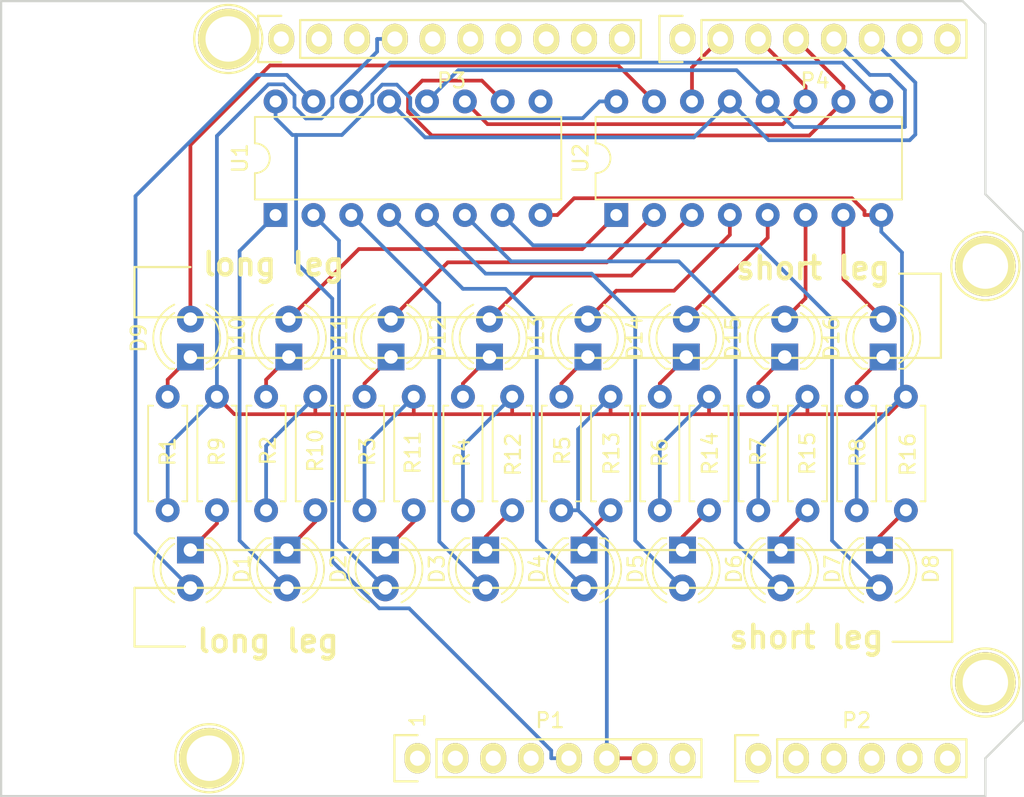
<source format=kicad_pcb>
(kicad_pcb (version 20171130) (host pcbnew "(5.1.12)-1")

  (general
    (thickness 1.6)
    (drawings 45)
    (tracks 209)
    (zones 0)
    (modules 42)
    (nets 69)
  )

  (page USLetter)
  (title_block
    (title "ELEC-0122 shift register LED demo PCB")
    (date 2017-02-14)
    (rev 2)
    (company Marginallyclever.com)
    (comment 1 "Dan Royer (dan@marginallyclever.com)")
  )

  (layers
    (0 F.Cu signal)
    (31 B.Cu signal)
    (32 B.Adhes user hide)
    (33 F.Adhes user hide)
    (34 B.Paste user hide)
    (35 F.Paste user hide)
    (36 B.SilkS user hide)
    (37 F.SilkS user hide)
    (38 B.Mask user hide)
    (39 F.Mask user hide)
    (40 Dwgs.User user hide)
    (41 Cmts.User user hide)
    (42 Eco1.User user hide)
    (43 Eco2.User user hide)
    (44 Edge.Cuts user)
    (45 Margin user hide)
    (46 B.CrtYd user hide)
    (47 F.CrtYd user hide)
    (48 B.Fab user hide)
    (49 F.Fab user hide)
  )

  (setup
    (last_trace_width 0.25)
    (trace_clearance 0.2)
    (zone_clearance 0.508)
    (zone_45_only no)
    (trace_min 0.2)
    (via_size 0.6)
    (via_drill 0.4)
    (via_min_size 0.4)
    (via_min_drill 0.3)
    (uvia_size 0.3)
    (uvia_drill 0.1)
    (uvias_allowed no)
    (uvia_min_size 0.2)
    (uvia_min_drill 0.1)
    (edge_width 0.15)
    (segment_width 0.15)
    (pcb_text_width 0.3)
    (pcb_text_size 1.5 1.5)
    (mod_edge_width 0.15)
    (mod_text_size 1 1)
    (mod_text_width 0.15)
    (pad_size 4.064 4.064)
    (pad_drill 3.048)
    (pad_to_mask_clearance 0)
    (aux_axis_origin 110.998 126.365)
    (grid_origin 110.998 126.365)
    (visible_elements 7FFFFFFF)
    (pcbplotparams
      (layerselection 0x00030_80000001)
      (usegerberextensions false)
      (usegerberattributes true)
      (usegerberadvancedattributes true)
      (creategerberjobfile true)
      (excludeedgelayer true)
      (linewidth 0.100000)
      (plotframeref false)
      (viasonmask false)
      (mode 1)
      (useauxorigin false)
      (hpglpennumber 1)
      (hpglpenspeed 20)
      (hpglpendiameter 15.000000)
      (psnegative false)
      (psa4output false)
      (plotreference true)
      (plotvalue true)
      (plotinvisibletext false)
      (padsonsilk false)
      (subtractmaskfromsilk false)
      (outputformat 1)
      (mirror false)
      (drillshape 1)
      (scaleselection 1)
      (outputdirectory ""))
  )

  (net 0 "")
  (net 1 /IOREF)
  (net 2 /Reset)
  (net 3 +5V)
  (net 4 GND)
  (net 5 /Vin)
  (net 6 /A0)
  (net 7 /A1)
  (net 8 /A2)
  (net 9 /A3)
  (net 10 /AREF)
  (net 11 "/A4(SDA)")
  (net 12 "/A5(SCL)")
  (net 13 "/9(**)")
  (net 14 /8)
  (net 15 /7)
  (net 16 "/6(**)")
  (net 17 "/5(**)")
  (net 18 /4)
  (net 19 "/3(**)")
  (net 20 /2)
  (net 21 "/1(Tx)")
  (net 22 "/0(Rx)")
  (net 23 "Net-(P5-Pad1)")
  (net 24 "Net-(P6-Pad1)")
  (net 25 "Net-(P7-Pad1)")
  (net 26 "Net-(P8-Pad1)")
  (net 27 "/13(SCK)")
  (net 28 "/10(**/SS)")
  (net 29 "Net-(P1-Pad1)")
  (net 30 +3V3)
  (net 31 "/12(MISO)")
  (net 32 "/11(**/MOSI)")
  (net 33 "Net-(D1-Pad1)")
  (net 34 "Net-(D1-Pad2)")
  (net 35 "Net-(D2-Pad1)")
  (net 36 "Net-(D2-Pad2)")
  (net 37 "Net-(D3-Pad1)")
  (net 38 "Net-(D3-Pad2)")
  (net 39 "Net-(D4-Pad1)")
  (net 40 "Net-(D4-Pad2)")
  (net 41 "Net-(D5-Pad1)")
  (net 42 "Net-(D5-Pad2)")
  (net 43 "Net-(D6-Pad1)")
  (net 44 "Net-(D6-Pad2)")
  (net 45 "Net-(D7-Pad1)")
  (net 46 "Net-(D7-Pad2)")
  (net 47 "Net-(D8-Pad1)")
  (net 48 "Net-(D8-Pad2)")
  (net 49 "/A5_2(SCL)")
  (net 50 "/A4_2(SDA)")
  (net 51 "Net-(U1-Pad9)")
  (net 52 "Net-(D9-Pad1)")
  (net 53 "Net-(D9-Pad2)")
  (net 54 "Net-(D10-Pad1)")
  (net 55 "Net-(D10-Pad2)")
  (net 56 "Net-(D11-Pad1)")
  (net 57 "Net-(D11-Pad2)")
  (net 58 "Net-(D12-Pad1)")
  (net 59 "Net-(D12-Pad2)")
  (net 60 "Net-(D13-Pad1)")
  (net 61 "Net-(D13-Pad2)")
  (net 62 "Net-(D14-Pad1)")
  (net 63 "Net-(D14-Pad2)")
  (net 64 "Net-(D15-Pad1)")
  (net 65 "Net-(D15-Pad2)")
  (net 66 "Net-(D16-Pad1)")
  (net 67 "Net-(D16-Pad2)")
  (net 68 "Net-(U1-Pad14)")

  (net_class Default "This is the default net class."
    (clearance 0.2)
    (trace_width 0.25)
    (via_dia 0.6)
    (via_drill 0.4)
    (uvia_dia 0.3)
    (uvia_drill 0.1)
    (add_net +3V3)
    (add_net +5V)
    (add_net "/0(Rx)")
    (add_net "/1(Tx)")
    (add_net "/10(**/SS)")
    (add_net "/11(**/MOSI)")
    (add_net "/12(MISO)")
    (add_net "/13(SCK)")
    (add_net /2)
    (add_net "/3(**)")
    (add_net /4)
    (add_net "/5(**)")
    (add_net "/6(**)")
    (add_net /7)
    (add_net /8)
    (add_net "/9(**)")
    (add_net /A0)
    (add_net /A1)
    (add_net /A2)
    (add_net /A3)
    (add_net "/A4(SDA)")
    (add_net "/A4_2(SDA)")
    (add_net "/A5(SCL)")
    (add_net "/A5_2(SCL)")
    (add_net /AREF)
    (add_net /IOREF)
    (add_net /Reset)
    (add_net /Vin)
    (add_net GND)
    (add_net "Net-(D1-Pad1)")
    (add_net "Net-(D1-Pad2)")
    (add_net "Net-(D10-Pad1)")
    (add_net "Net-(D10-Pad2)")
    (add_net "Net-(D11-Pad1)")
    (add_net "Net-(D11-Pad2)")
    (add_net "Net-(D12-Pad1)")
    (add_net "Net-(D12-Pad2)")
    (add_net "Net-(D13-Pad1)")
    (add_net "Net-(D13-Pad2)")
    (add_net "Net-(D14-Pad1)")
    (add_net "Net-(D14-Pad2)")
    (add_net "Net-(D15-Pad1)")
    (add_net "Net-(D15-Pad2)")
    (add_net "Net-(D16-Pad1)")
    (add_net "Net-(D16-Pad2)")
    (add_net "Net-(D2-Pad1)")
    (add_net "Net-(D2-Pad2)")
    (add_net "Net-(D3-Pad1)")
    (add_net "Net-(D3-Pad2)")
    (add_net "Net-(D4-Pad1)")
    (add_net "Net-(D4-Pad2)")
    (add_net "Net-(D5-Pad1)")
    (add_net "Net-(D5-Pad2)")
    (add_net "Net-(D6-Pad1)")
    (add_net "Net-(D6-Pad2)")
    (add_net "Net-(D7-Pad1)")
    (add_net "Net-(D7-Pad2)")
    (add_net "Net-(D8-Pad1)")
    (add_net "Net-(D8-Pad2)")
    (add_net "Net-(D9-Pad1)")
    (add_net "Net-(D9-Pad2)")
    (add_net "Net-(P1-Pad1)")
    (add_net "Net-(P5-Pad1)")
    (add_net "Net-(P6-Pad1)")
    (add_net "Net-(P7-Pad1)")
    (add_net "Net-(P8-Pad1)")
    (add_net "Net-(U1-Pad14)")
    (add_net "Net-(U1-Pad9)")
  )

  (module LEDs:LED_D4.0mm (layer F.Cu) (tedit 58A4BE0D) (tstamp 58A396FA)
    (at 150.368 96.901 90)
    (descr "LED, diameter 4.0mm, 2 pins, http://www.kingbright.com/attachments/file/psearch/000/00/00/L-43GD(Ver.12B).pdf")
    (tags "LED diameter 4.0mm 2 pins")
    (path /58A4B927)
    (fp_text reference D13 (at 1.27 -3.46 90) (layer F.SilkS)
      (effects (font (size 1 1) (thickness 0.15)))
    )
    (fp_text value LED (at 1.27 3.46 90) (layer F.Fab)
      (effects (font (size 1 1) (thickness 0.15)))
    )
    (fp_circle (center 1.27 0) (end 3.27 0) (layer F.Fab) (width 0.1))
    (fp_line (start -0.73 -1.32665) (end -0.73 1.32665) (layer F.Fab) (width 0.1))
    (fp_line (start -0.79 -1.399) (end -0.79 -1.08) (layer F.SilkS) (width 0.12))
    (fp_line (start -0.79 1.08) (end -0.79 1.399) (layer F.SilkS) (width 0.12))
    (fp_line (start -1.45 -2.75) (end -1.45 2.75) (layer F.CrtYd) (width 0.05))
    (fp_line (start -1.45 2.75) (end 4 2.75) (layer F.CrtYd) (width 0.05))
    (fp_line (start 4 2.75) (end 4 -2.75) (layer F.CrtYd) (width 0.05))
    (fp_line (start 4 -2.75) (end -1.45 -2.75) (layer F.CrtYd) (width 0.05))
    (fp_arc (start 1.27 0) (end -0.73 -1.32665) (angle 292.9) (layer F.Fab) (width 0.1))
    (fp_arc (start 1.27 0) (end -0.79 -1.398749) (angle 120.1) (layer F.SilkS) (width 0.12))
    (fp_arc (start 1.27 0) (end -0.79 1.398749) (angle -120.1) (layer F.SilkS) (width 0.12))
    (fp_arc (start 1.27 0) (end -0.41333 -1.08) (angle 114.6) (layer F.SilkS) (width 0.12))
    (fp_arc (start 1.27 0) (end -0.41333 1.08) (angle -114.6) (layer F.SilkS) (width 0.12))
    (pad 1 thru_hole rect (at 0 0 90) (size 1.8 1.8) (drill 0.9) (layers *.Cu *.Mask)
      (net 41 "Net-(D5-Pad1)"))
    (pad 2 thru_hole circle (at 2.54 0 90) (size 1.8 1.8) (drill 0.9) (layers *.Cu *.Mask)
      (net 42 "Net-(D5-Pad2)"))
    (model LEDs.3dshapes/LED_D4.0mm.wrl
      (at (xyz 0 0 0))
      (scale (xyz 0.393701 0.393701 0.393701))
      (rotate (xyz 0 0 0))
    )
  )

  (module LEDs:LED_D4.0mm (layer F.Cu) (tedit 58A4BE32) (tstamp 58A4A236)
    (at 123.698 109.855 270)
    (descr "LED, diameter 4.0mm, 2 pins, http://www.kingbright.com/attachments/file/psearch/000/00/00/L-43GD(Ver.12B).pdf")
    (tags "LED diameter 4.0mm 2 pins")
    (path /58A37201)
    (fp_text reference D1 (at 1.27 -3.46 270) (layer F.SilkS)
      (effects (font (size 1 1) (thickness 0.15)))
    )
    (fp_text value LED (at 1.27 3.46 270) (layer F.Fab)
      (effects (font (size 1 1) (thickness 0.15)))
    )
    (fp_circle (center 1.27 0) (end 3.27 0) (layer F.Fab) (width 0.1))
    (fp_line (start -0.73 -1.32665) (end -0.73 1.32665) (layer F.Fab) (width 0.1))
    (fp_line (start -0.79 -1.399) (end -0.79 -1.08) (layer F.SilkS) (width 0.12))
    (fp_line (start -0.79 1.08) (end -0.79 1.399) (layer F.SilkS) (width 0.12))
    (fp_line (start -1.45 -2.75) (end -1.45 2.75) (layer F.CrtYd) (width 0.05))
    (fp_line (start -1.45 2.75) (end 4 2.75) (layer F.CrtYd) (width 0.05))
    (fp_line (start 4 2.75) (end 4 -2.75) (layer F.CrtYd) (width 0.05))
    (fp_line (start 4 -2.75) (end -1.45 -2.75) (layer F.CrtYd) (width 0.05))
    (fp_arc (start 1.27 0) (end -0.73 -1.32665) (angle 292.9) (layer F.Fab) (width 0.1))
    (fp_arc (start 1.27 0) (end -0.79 -1.398749) (angle 120.1) (layer F.SilkS) (width 0.12))
    (fp_arc (start 1.27 0) (end -0.79 1.398749) (angle -120.1) (layer F.SilkS) (width 0.12))
    (fp_arc (start 1.27 0) (end -0.41333 -1.08) (angle 114.6) (layer F.SilkS) (width 0.12))
    (fp_arc (start 1.27 0) (end -0.41333 1.08) (angle -114.6) (layer F.SilkS) (width 0.12))
    (pad 1 thru_hole rect (at 0 0 270) (size 1.8 1.8) (drill 0.9) (layers *.Cu *.Mask)
      (net 52 "Net-(D9-Pad1)"))
    (pad 2 thru_hole circle (at 2.54 0 270) (size 1.8 1.8) (drill 0.9) (layers *.Cu *.Mask)
      (net 53 "Net-(D9-Pad2)"))
    (model LEDs.3dshapes/LED_D4.0mm.wrl
      (at (xyz 0 0 0))
      (scale (xyz 0.393701 0.393701 0.393701))
      (rotate (xyz 0 0 0))
    )
  )

  (module Housings_DIP:DIP-16_W7.62mm (layer F.Cu) (tedit 58A4BE8D) (tstamp 58A39760)
    (at 129.413 87.376 90)
    (descr "16-lead dip package, row spacing 7.62 mm (300 mils)")
    (tags "DIL DIP PDIP 2.54mm 7.62mm 300mil")
    (path /58A36180)
    (fp_text reference U1 (at 3.81 -2.39 90) (layer F.SilkS)
      (effects (font (size 1 1) (thickness 0.15)))
    )
    (fp_text value 74HC595 (at 3.81 20.17 90) (layer F.Fab)
      (effects (font (size 1 1) (thickness 0.15)))
    )
    (fp_line (start 1.635 -1.27) (end 6.985 -1.27) (layer F.Fab) (width 0.1))
    (fp_line (start 6.985 -1.27) (end 6.985 19.05) (layer F.Fab) (width 0.1))
    (fp_line (start 6.985 19.05) (end 0.635 19.05) (layer F.Fab) (width 0.1))
    (fp_line (start 0.635 19.05) (end 0.635 -0.27) (layer F.Fab) (width 0.1))
    (fp_line (start 0.635 -0.27) (end 1.635 -1.27) (layer F.Fab) (width 0.1))
    (fp_line (start 2.81 -1.39) (end 1.04 -1.39) (layer F.SilkS) (width 0.12))
    (fp_line (start 1.04 -1.39) (end 1.04 19.17) (layer F.SilkS) (width 0.12))
    (fp_line (start 1.04 19.17) (end 6.58 19.17) (layer F.SilkS) (width 0.12))
    (fp_line (start 6.58 19.17) (end 6.58 -1.39) (layer F.SilkS) (width 0.12))
    (fp_line (start 6.58 -1.39) (end 4.81 -1.39) (layer F.SilkS) (width 0.12))
    (fp_line (start -1.1 -1.6) (end -1.1 19.3) (layer F.CrtYd) (width 0.05))
    (fp_line (start -1.1 19.3) (end 8.7 19.3) (layer F.CrtYd) (width 0.05))
    (fp_line (start 8.7 19.3) (end 8.7 -1.6) (layer F.CrtYd) (width 0.05))
    (fp_line (start 8.7 -1.6) (end -1.1 -1.6) (layer F.CrtYd) (width 0.05))
    (fp_arc (start 3.81 -1.39) (end 2.81 -1.39) (angle -180) (layer F.SilkS) (width 0.12))
    (pad 1 thru_hole rect (at 0 0 90) (size 1.6 1.6) (drill 0.8) (layers *.Cu *.Mask)
      (net 55 "Net-(D10-Pad2)"))
    (pad 9 thru_hole oval (at 7.62 17.78 90) (size 1.6 1.6) (drill 0.8) (layers *.Cu *.Mask)
      (net 51 "Net-(U1-Pad9)"))
    (pad 2 thru_hole oval (at 0 2.54 90) (size 1.6 1.6) (drill 0.8) (layers *.Cu *.Mask)
      (net 57 "Net-(D11-Pad2)"))
    (pad 10 thru_hole oval (at 7.62 15.24 90) (size 1.6 1.6) (drill 0.8) (layers *.Cu *.Mask)
      (net 18 /4))
    (pad 3 thru_hole oval (at 0 5.08 90) (size 1.6 1.6) (drill 0.8) (layers *.Cu *.Mask)
      (net 59 "Net-(D12-Pad2)"))
    (pad 11 thru_hole oval (at 7.62 12.7 90) (size 1.6 1.6) (drill 0.8) (layers *.Cu *.Mask)
      (net 17 "/5(**)"))
    (pad 4 thru_hole oval (at 0 7.62 90) (size 1.6 1.6) (drill 0.8) (layers *.Cu *.Mask)
      (net 61 "Net-(D13-Pad2)"))
    (pad 12 thru_hole oval (at 7.62 10.16 90) (size 1.6 1.6) (drill 0.8) (layers *.Cu *.Mask)
      (net 19 "/3(**)"))
    (pad 5 thru_hole oval (at 0 10.16 90) (size 1.6 1.6) (drill 0.8) (layers *.Cu *.Mask)
      (net 63 "Net-(D14-Pad2)"))
    (pad 13 thru_hole oval (at 7.62 7.62 90) (size 1.6 1.6) (drill 0.8) (layers *.Cu *.Mask)
      (net 20 /2))
    (pad 6 thru_hole oval (at 0 12.7 90) (size 1.6 1.6) (drill 0.8) (layers *.Cu *.Mask)
      (net 65 "Net-(D15-Pad2)"))
    (pad 14 thru_hole oval (at 7.62 5.08 90) (size 1.6 1.6) (drill 0.8) (layers *.Cu *.Mask)
      (net 68 "Net-(U1-Pad14)"))
    (pad 7 thru_hole oval (at 0 15.24 90) (size 1.6 1.6) (drill 0.8) (layers *.Cu *.Mask)
      (net 67 "Net-(D16-Pad2)"))
    (pad 15 thru_hole oval (at 7.62 2.54 90) (size 1.6 1.6) (drill 0.8) (layers *.Cu *.Mask)
      (net 53 "Net-(D9-Pad2)"))
    (pad 8 thru_hole oval (at 0 17.78 90) (size 1.6 1.6) (drill 0.8) (layers *.Cu *.Mask)
      (net 4 GND))
    (pad 16 thru_hole oval (at 7.62 0 90) (size 1.6 1.6) (drill 0.8) (layers *.Cu *.Mask)
      (net 3 +5V))
    (model Housings_DIP.3dshapes/DIP-16_W7.62mm.wrl
      (at (xyz 0 0 0))
      (scale (xyz 1 1 1))
      (rotate (xyz 0 0 0))
    )
  )

  (module Resistors_ThroughHole:R_Axial_DIN0207_L6.3mm_D2.5mm_P7.62mm_Horizontal (layer F.Cu) (tedit 58A4C016) (tstamp 58A398BB)
    (at 122.174 107.188 90)
    (descr "Resistor, Axial_DIN0207 series, Axial, Horizontal, pin pitch=7.62mm, 0.25W = 1/4W, length*diameter=6.3*2.5mm^2, http://cdn-reichelt.de/documents/datenblatt/B400/1_4W%23YAG.pdf")
    (tags "Resistor Axial_DIN0207 series Axial Horizontal pin pitch 7.62mm 0.25W = 1/4W length 6.3mm diameter 2.5mm")
    (path /58A4B921)
    (fp_text reference R1 (at 3.937 0 90) (layer F.SilkS)
      (effects (font (size 1 1) (thickness 0.15)))
    )
    (fp_text value 220 (at 3.81 2.31 90) (layer F.Fab)
      (effects (font (size 1 1) (thickness 0.15)))
    )
    (fp_line (start 0.66 -1.25) (end 0.66 1.25) (layer F.Fab) (width 0.1))
    (fp_line (start 0.66 1.25) (end 6.96 1.25) (layer F.Fab) (width 0.1))
    (fp_line (start 6.96 1.25) (end 6.96 -1.25) (layer F.Fab) (width 0.1))
    (fp_line (start 6.96 -1.25) (end 0.66 -1.25) (layer F.Fab) (width 0.1))
    (fp_line (start 0 0) (end 0.66 0) (layer F.Fab) (width 0.1))
    (fp_line (start 7.62 0) (end 6.96 0) (layer F.Fab) (width 0.1))
    (fp_line (start 0.6 -0.98) (end 0.6 -1.31) (layer F.SilkS) (width 0.12))
    (fp_line (start 0.6 -1.31) (end 7.02 -1.31) (layer F.SilkS) (width 0.12))
    (fp_line (start 7.02 -1.31) (end 7.02 -0.98) (layer F.SilkS) (width 0.12))
    (fp_line (start 0.6 0.98) (end 0.6 1.31) (layer F.SilkS) (width 0.12))
    (fp_line (start 0.6 1.31) (end 7.02 1.31) (layer F.SilkS) (width 0.12))
    (fp_line (start 7.02 1.31) (end 7.02 0.98) (layer F.SilkS) (width 0.12))
    (fp_line (start -1.05 -1.6) (end -1.05 1.6) (layer F.CrtYd) (width 0.05))
    (fp_line (start -1.05 1.6) (end 8.7 1.6) (layer F.CrtYd) (width 0.05))
    (fp_line (start 8.7 1.6) (end 8.7 -1.6) (layer F.CrtYd) (width 0.05))
    (fp_line (start 8.7 -1.6) (end -1.05 -1.6) (layer F.CrtYd) (width 0.05))
    (pad 1 thru_hole circle (at 0 0 90) (size 1.6 1.6) (drill 0.8) (layers *.Cu *.Mask)
      (net 4 GND))
    (pad 2 thru_hole oval (at 7.62 0 90) (size 1.6 1.6) (drill 0.8) (layers *.Cu *.Mask)
      (net 33 "Net-(D1-Pad1)"))
    (model Resistors_ThroughHole.3dshapes/R_Axial_DIN0207_L6.3mm_D2.5mm_P7.62mm_Horizontal.wrl
      (at (xyz 0 0 0))
      (scale (xyz 0.393701 0.393701 0.393701))
      (rotate (xyz 0 0 0))
    )
  )

  (module Socket_Arduino_Uno:Socket_Strip_Arduino_1x08 locked (layer F.Cu) (tedit 552168D2) (tstamp 551AF9EA)
    (at 138.938 123.825)
    (descr "Through hole socket strip")
    (tags "socket strip")
    (path /5517C2C1)
    (fp_text reference P1 (at 8.89 -2.54) (layer F.SilkS)
      (effects (font (size 1 1) (thickness 0.15)))
    )
    (fp_text value Power (at 8.89 -4.064) (layer F.Fab)
      (effects (font (size 1 1) (thickness 0.15)))
    )
    (fp_line (start -1.75 -1.75) (end -1.75 1.75) (layer F.CrtYd) (width 0.05))
    (fp_line (start 19.55 -1.75) (end 19.55 1.75) (layer F.CrtYd) (width 0.05))
    (fp_line (start -1.75 -1.75) (end 19.55 -1.75) (layer F.CrtYd) (width 0.05))
    (fp_line (start -1.75 1.75) (end 19.55 1.75) (layer F.CrtYd) (width 0.05))
    (fp_line (start 1.27 1.27) (end 19.05 1.27) (layer F.SilkS) (width 0.15))
    (fp_line (start 19.05 1.27) (end 19.05 -1.27) (layer F.SilkS) (width 0.15))
    (fp_line (start 19.05 -1.27) (end 1.27 -1.27) (layer F.SilkS) (width 0.15))
    (fp_line (start -1.55 1.55) (end 0 1.55) (layer F.SilkS) (width 0.15))
    (fp_line (start 1.27 1.27) (end 1.27 -1.27) (layer F.SilkS) (width 0.15))
    (fp_line (start 0 -1.55) (end -1.55 -1.55) (layer F.SilkS) (width 0.15))
    (fp_line (start -1.55 -1.55) (end -1.55 1.55) (layer F.SilkS) (width 0.15))
    (pad 1 thru_hole oval (at 0 0) (size 1.7272 2.032) (drill 1.016) (layers *.Cu *.Mask F.SilkS)
      (net 29 "Net-(P1-Pad1)"))
    (pad 2 thru_hole oval (at 2.54 0) (size 1.7272 2.032) (drill 1.016) (layers *.Cu *.Mask F.SilkS)
      (net 1 /IOREF))
    (pad 3 thru_hole oval (at 5.08 0) (size 1.7272 2.032) (drill 1.016) (layers *.Cu *.Mask F.SilkS)
      (net 2 /Reset))
    (pad 4 thru_hole oval (at 7.62 0) (size 1.7272 2.032) (drill 1.016) (layers *.Cu *.Mask F.SilkS)
      (net 30 +3V3))
    (pad 5 thru_hole oval (at 10.16 0) (size 1.7272 2.032) (drill 1.016) (layers *.Cu *.Mask F.SilkS)
      (net 3 +5V))
    (pad 6 thru_hole oval (at 12.7 0) (size 1.7272 2.032) (drill 1.016) (layers *.Cu *.Mask F.SilkS)
      (net 4 GND))
    (pad 7 thru_hole oval (at 15.24 0) (size 1.7272 2.032) (drill 1.016) (layers *.Cu *.Mask F.SilkS)
      (net 4 GND))
    (pad 8 thru_hole oval (at 17.78 0) (size 1.7272 2.032) (drill 1.016) (layers *.Cu *.Mask F.SilkS)
      (net 5 /Vin))
    (model ${KIPRJMOD}/Socket_Arduino_Uno.3dshapes/Socket_header_Arduino_1x08.wrl
      (offset (xyz 8.889999866485596 0 0))
      (scale (xyz 1 1 1))
      (rotate (xyz 0 0 180))
    )
  )

  (module Socket_Arduino_Uno:Socket_Strip_Arduino_1x06 locked (layer F.Cu) (tedit 552168D6) (tstamp 551AF9FF)
    (at 161.798 123.825)
    (descr "Through hole socket strip")
    (tags "socket strip")
    (path /5517C323)
    (fp_text reference P2 (at 6.604 -2.54) (layer F.SilkS)
      (effects (font (size 1 1) (thickness 0.15)))
    )
    (fp_text value Analog (at 6.604 -4.064) (layer F.Fab)
      (effects (font (size 1 1) (thickness 0.15)))
    )
    (fp_line (start -1.75 -1.75) (end -1.75 1.75) (layer F.CrtYd) (width 0.05))
    (fp_line (start 14.45 -1.75) (end 14.45 1.75) (layer F.CrtYd) (width 0.05))
    (fp_line (start -1.75 -1.75) (end 14.45 -1.75) (layer F.CrtYd) (width 0.05))
    (fp_line (start -1.75 1.75) (end 14.45 1.75) (layer F.CrtYd) (width 0.05))
    (fp_line (start 1.27 1.27) (end 13.97 1.27) (layer F.SilkS) (width 0.15))
    (fp_line (start 13.97 1.27) (end 13.97 -1.27) (layer F.SilkS) (width 0.15))
    (fp_line (start 13.97 -1.27) (end 1.27 -1.27) (layer F.SilkS) (width 0.15))
    (fp_line (start -1.55 1.55) (end 0 1.55) (layer F.SilkS) (width 0.15))
    (fp_line (start 1.27 1.27) (end 1.27 -1.27) (layer F.SilkS) (width 0.15))
    (fp_line (start 0 -1.55) (end -1.55 -1.55) (layer F.SilkS) (width 0.15))
    (fp_line (start -1.55 -1.55) (end -1.55 1.55) (layer F.SilkS) (width 0.15))
    (pad 1 thru_hole oval (at 0 0) (size 1.7272 2.032) (drill 1.016) (layers *.Cu *.Mask F.SilkS)
      (net 6 /A0))
    (pad 2 thru_hole oval (at 2.54 0) (size 1.7272 2.032) (drill 1.016) (layers *.Cu *.Mask F.SilkS)
      (net 7 /A1))
    (pad 3 thru_hole oval (at 5.08 0) (size 1.7272 2.032) (drill 1.016) (layers *.Cu *.Mask F.SilkS)
      (net 8 /A2))
    (pad 4 thru_hole oval (at 7.62 0) (size 1.7272 2.032) (drill 1.016) (layers *.Cu *.Mask F.SilkS)
      (net 9 /A3))
    (pad 5 thru_hole oval (at 10.16 0) (size 1.7272 2.032) (drill 1.016) (layers *.Cu *.Mask F.SilkS)
      (net 11 "/A4(SDA)"))
    (pad 6 thru_hole oval (at 12.7 0) (size 1.7272 2.032) (drill 1.016) (layers *.Cu *.Mask F.SilkS)
      (net 12 "/A5(SCL)"))
    (model ${KIPRJMOD}/Socket_Arduino_Uno.3dshapes/Socket_header_Arduino_1x06.wrl
      (offset (xyz 6.349999904632568 0 0))
      (scale (xyz 1 1 1))
      (rotate (xyz 0 0 180))
    )
  )

  (module Socket_Arduino_Uno:Socket_Strip_Arduino_1x10 locked (layer F.Cu) (tedit 552168BF) (tstamp 551AFA18)
    (at 129.794 75.565)
    (descr "Through hole socket strip")
    (tags "socket strip")
    (path /5517C46C)
    (fp_text reference P3 (at 11.43 2.794) (layer F.SilkS)
      (effects (font (size 1 1) (thickness 0.15)))
    )
    (fp_text value Digital (at 11.43 4.318) (layer F.Fab)
      (effects (font (size 1 1) (thickness 0.15)))
    )
    (fp_line (start -1.75 -1.75) (end -1.75 1.75) (layer F.CrtYd) (width 0.05))
    (fp_line (start 24.65 -1.75) (end 24.65 1.75) (layer F.CrtYd) (width 0.05))
    (fp_line (start -1.75 -1.75) (end 24.65 -1.75) (layer F.CrtYd) (width 0.05))
    (fp_line (start -1.75 1.75) (end 24.65 1.75) (layer F.CrtYd) (width 0.05))
    (fp_line (start 1.27 1.27) (end 24.13 1.27) (layer F.SilkS) (width 0.15))
    (fp_line (start 24.13 1.27) (end 24.13 -1.27) (layer F.SilkS) (width 0.15))
    (fp_line (start 24.13 -1.27) (end 1.27 -1.27) (layer F.SilkS) (width 0.15))
    (fp_line (start -1.55 1.55) (end 0 1.55) (layer F.SilkS) (width 0.15))
    (fp_line (start 1.27 1.27) (end 1.27 -1.27) (layer F.SilkS) (width 0.15))
    (fp_line (start 0 -1.55) (end -1.55 -1.55) (layer F.SilkS) (width 0.15))
    (fp_line (start -1.55 -1.55) (end -1.55 1.55) (layer F.SilkS) (width 0.15))
    (pad 1 thru_hole oval (at 0 0) (size 1.7272 2.032) (drill 1.016) (layers *.Cu *.Mask F.SilkS)
      (net 49 "/A5_2(SCL)"))
    (pad 2 thru_hole oval (at 2.54 0) (size 1.7272 2.032) (drill 1.016) (layers *.Cu *.Mask F.SilkS)
      (net 50 "/A4_2(SDA)"))
    (pad 3 thru_hole oval (at 5.08 0) (size 1.7272 2.032) (drill 1.016) (layers *.Cu *.Mask F.SilkS)
      (net 10 /AREF))
    (pad 4 thru_hole oval (at 7.62 0) (size 1.7272 2.032) (drill 1.016) (layers *.Cu *.Mask F.SilkS)
      (net 4 GND))
    (pad 5 thru_hole oval (at 10.16 0) (size 1.7272 2.032) (drill 1.016) (layers *.Cu *.Mask F.SilkS)
      (net 27 "/13(SCK)"))
    (pad 6 thru_hole oval (at 12.7 0) (size 1.7272 2.032) (drill 1.016) (layers *.Cu *.Mask F.SilkS)
      (net 31 "/12(MISO)"))
    (pad 7 thru_hole oval (at 15.24 0) (size 1.7272 2.032) (drill 1.016) (layers *.Cu *.Mask F.SilkS)
      (net 32 "/11(**/MOSI)"))
    (pad 8 thru_hole oval (at 17.78 0) (size 1.7272 2.032) (drill 1.016) (layers *.Cu *.Mask F.SilkS)
      (net 28 "/10(**/SS)"))
    (pad 9 thru_hole oval (at 20.32 0) (size 1.7272 2.032) (drill 1.016) (layers *.Cu *.Mask F.SilkS)
      (net 13 "/9(**)"))
    (pad 10 thru_hole oval (at 22.86 0) (size 1.7272 2.032) (drill 1.016) (layers *.Cu *.Mask F.SilkS)
      (net 14 /8))
    (model ${KIPRJMOD}/Socket_Arduino_Uno.3dshapes/Socket_header_Arduino_1x10.wrl
      (offset (xyz 11.42999982833862 0 0))
      (scale (xyz 1 1 1))
      (rotate (xyz 0 0 180))
    )
  )

  (module Socket_Arduino_Uno:Socket_Strip_Arduino_1x08 locked (layer F.Cu) (tedit 552168C7) (tstamp 551AFA2F)
    (at 156.718 75.565)
    (descr "Through hole socket strip")
    (tags "socket strip")
    (path /5517C366)
    (fp_text reference P4 (at 8.89 2.794) (layer F.SilkS)
      (effects (font (size 1 1) (thickness 0.15)))
    )
    (fp_text value Digital (at 8.89 4.318) (layer F.Fab)
      (effects (font (size 1 1) (thickness 0.15)))
    )
    (fp_line (start -1.75 -1.75) (end -1.75 1.75) (layer F.CrtYd) (width 0.05))
    (fp_line (start 19.55 -1.75) (end 19.55 1.75) (layer F.CrtYd) (width 0.05))
    (fp_line (start -1.75 -1.75) (end 19.55 -1.75) (layer F.CrtYd) (width 0.05))
    (fp_line (start -1.75 1.75) (end 19.55 1.75) (layer F.CrtYd) (width 0.05))
    (fp_line (start 1.27 1.27) (end 19.05 1.27) (layer F.SilkS) (width 0.15))
    (fp_line (start 19.05 1.27) (end 19.05 -1.27) (layer F.SilkS) (width 0.15))
    (fp_line (start 19.05 -1.27) (end 1.27 -1.27) (layer F.SilkS) (width 0.15))
    (fp_line (start -1.55 1.55) (end 0 1.55) (layer F.SilkS) (width 0.15))
    (fp_line (start 1.27 1.27) (end 1.27 -1.27) (layer F.SilkS) (width 0.15))
    (fp_line (start 0 -1.55) (end -1.55 -1.55) (layer F.SilkS) (width 0.15))
    (fp_line (start -1.55 -1.55) (end -1.55 1.55) (layer F.SilkS) (width 0.15))
    (pad 1 thru_hole oval (at 0 0) (size 1.7272 2.032) (drill 1.016) (layers *.Cu *.Mask F.SilkS)
      (net 15 /7))
    (pad 2 thru_hole oval (at 2.54 0) (size 1.7272 2.032) (drill 1.016) (layers *.Cu *.Mask F.SilkS)
      (net 16 "/6(**)"))
    (pad 3 thru_hole oval (at 5.08 0) (size 1.7272 2.032) (drill 1.016) (layers *.Cu *.Mask F.SilkS)
      (net 17 "/5(**)"))
    (pad 4 thru_hole oval (at 7.62 0) (size 1.7272 2.032) (drill 1.016) (layers *.Cu *.Mask F.SilkS)
      (net 18 /4))
    (pad 5 thru_hole oval (at 10.16 0) (size 1.7272 2.032) (drill 1.016) (layers *.Cu *.Mask F.SilkS)
      (net 19 "/3(**)"))
    (pad 6 thru_hole oval (at 12.7 0) (size 1.7272 2.032) (drill 1.016) (layers *.Cu *.Mask F.SilkS)
      (net 20 /2))
    (pad 7 thru_hole oval (at 15.24 0) (size 1.7272 2.032) (drill 1.016) (layers *.Cu *.Mask F.SilkS)
      (net 21 "/1(Tx)"))
    (pad 8 thru_hole oval (at 17.78 0) (size 1.7272 2.032) (drill 1.016) (layers *.Cu *.Mask F.SilkS)
      (net 22 "/0(Rx)"))
    (model ${KIPRJMOD}/Socket_Arduino_Uno.3dshapes/Socket_header_Arduino_1x08.wrl
      (offset (xyz 8.889999866485596 0 0))
      (scale (xyz 1 1 1))
      (rotate (xyz 0 0 180))
    )
  )

  (module Socket_Arduino_Uno:Arduino_1pin locked (layer F.Cu) (tedit 5524FC39) (tstamp 5524FC3F)
    (at 124.968 123.825)
    (descr "module 1 pin (ou trou mecanique de percage)")
    (tags DEV)
    (path /551BBC06)
    (fp_text reference P5 (at 0 -3.048) (layer F.SilkS) hide
      (effects (font (size 1 1) (thickness 0.15)))
    )
    (fp_text value CONN_1 (at 0 2.794) (layer F.Fab) hide
      (effects (font (size 1 1) (thickness 0.15)))
    )
    (fp_circle (center 0 0) (end 0 -2.286) (layer F.SilkS) (width 0.15))
    (pad 1 thru_hole circle (at 0 0) (size 4.064 4.064) (drill 3.048) (layers *.Cu *.Mask F.SilkS)
      (net 23 "Net-(P5-Pad1)"))
  )

  (module Socket_Arduino_Uno:Arduino_1pin locked (layer F.Cu) (tedit 5524FC4A) (tstamp 5524FC44)
    (at 177.038 118.745)
    (descr "module 1 pin (ou trou mecanique de percage)")
    (tags DEV)
    (path /551BBD10)
    (fp_text reference P6 (at 0 -3.048) (layer F.SilkS) hide
      (effects (font (size 1 1) (thickness 0.15)))
    )
    (fp_text value CONN_1 (at 0 2.794) (layer F.Fab) hide
      (effects (font (size 1 1) (thickness 0.15)))
    )
    (fp_circle (center 0 0) (end 0 -2.286) (layer F.SilkS) (width 0.15))
    (pad 1 thru_hole circle (at 0 0) (size 4.064 4.064) (drill 3.048) (layers *.Cu *.Mask F.SilkS)
      (net 24 "Net-(P6-Pad1)"))
  )

  (module Socket_Arduino_Uno:Arduino_1pin locked (layer F.Cu) (tedit 5524FC2F) (tstamp 5524FC49)
    (at 126.238 75.565)
    (descr "module 1 pin (ou trou mecanique de percage)")
    (tags DEV)
    (path /551BBD30)
    (fp_text reference P7 (at 0 -3.048) (layer F.SilkS) hide
      (effects (font (size 1 1) (thickness 0.15)))
    )
    (fp_text value CONN_1 (at 0 2.794) (layer F.Fab) hide
      (effects (font (size 1 1) (thickness 0.15)))
    )
    (fp_circle (center 0 0) (end 0 -2.286) (layer F.SilkS) (width 0.15))
    (pad 1 thru_hole circle (at 0 0) (size 4.064 4.064) (drill 3.048) (layers *.Cu *.Mask F.SilkS)
      (net 25 "Net-(P7-Pad1)"))
  )

  (module Socket_Arduino_Uno:Arduino_1pin locked (layer F.Cu) (tedit 5524FC41) (tstamp 5524FC4E)
    (at 177.038 90.805)
    (descr "module 1 pin (ou trou mecanique de percage)")
    (tags DEV)
    (path /551BBD52)
    (fp_text reference P8 (at 0 -3.048) (layer F.SilkS) hide
      (effects (font (size 1 1) (thickness 0.15)))
    )
    (fp_text value CONN_1 (at 0 2.794) (layer F.Fab) hide
      (effects (font (size 1 1) (thickness 0.15)))
    )
    (fp_circle (center 0 0) (end 0 -2.286) (layer F.SilkS) (width 0.15))
    (pad 1 thru_hole circle (at 0 0) (size 4.064 4.064) (drill 3.048) (layers *.Cu *.Mask F.SilkS)
      (net 26 "Net-(P8-Pad1)"))
  )

  (module LEDs:LED_D4.0mm (layer F.Cu) (tedit 58A4BDCF) (tstamp 58A396E2)
    (at 123.698 96.901 90)
    (descr "LED, diameter 4.0mm, 2 pins, http://www.kingbright.com/attachments/file/psearch/000/00/00/L-43GD(Ver.12B).pdf")
    (tags "LED diameter 4.0mm 2 pins")
    (path /58A4B909)
    (fp_text reference D9 (at 1.27 -3.46 90) (layer F.SilkS)
      (effects (font (size 1 1) (thickness 0.15)))
    )
    (fp_text value LED (at 1.27 3.46 90) (layer F.Fab)
      (effects (font (size 1 1) (thickness 0.15)))
    )
    (fp_circle (center 1.27 0) (end 3.27 0) (layer F.Fab) (width 0.1))
    (fp_line (start -0.73 -1.32665) (end -0.73 1.32665) (layer F.Fab) (width 0.1))
    (fp_line (start -0.79 -1.399) (end -0.79 -1.08) (layer F.SilkS) (width 0.12))
    (fp_line (start -0.79 1.08) (end -0.79 1.399) (layer F.SilkS) (width 0.12))
    (fp_line (start -1.45 -2.75) (end -1.45 2.75) (layer F.CrtYd) (width 0.05))
    (fp_line (start -1.45 2.75) (end 4 2.75) (layer F.CrtYd) (width 0.05))
    (fp_line (start 4 2.75) (end 4 -2.75) (layer F.CrtYd) (width 0.05))
    (fp_line (start 4 -2.75) (end -1.45 -2.75) (layer F.CrtYd) (width 0.05))
    (fp_arc (start 1.27 0) (end -0.73 -1.32665) (angle 292.9) (layer F.Fab) (width 0.1))
    (fp_arc (start 1.27 0) (end -0.79 -1.398749) (angle 120.1) (layer F.SilkS) (width 0.12))
    (fp_arc (start 1.27 0) (end -0.79 1.398749) (angle -120.1) (layer F.SilkS) (width 0.12))
    (fp_arc (start 1.27 0) (end -0.41333 -1.08) (angle 114.6) (layer F.SilkS) (width 0.12))
    (fp_arc (start 1.27 0) (end -0.41333 1.08) (angle -114.6) (layer F.SilkS) (width 0.12))
    (pad 1 thru_hole rect (at 0 0 90) (size 1.8 1.8) (drill 0.9) (layers *.Cu *.Mask)
      (net 33 "Net-(D1-Pad1)"))
    (pad 2 thru_hole circle (at 2.54 0 90) (size 1.8 1.8) (drill 0.9) (layers *.Cu *.Mask)
      (net 34 "Net-(D1-Pad2)"))
    (model LEDs.3dshapes/LED_D4.0mm.wrl
      (at (xyz 0 0 0))
      (scale (xyz 0.393701 0.393701 0.393701))
      (rotate (xyz 0 0 0))
    )
  )

  (module LEDs:LED_D4.0mm (layer F.Cu) (tedit 58A4BDD9) (tstamp 58A396E8)
    (at 130.302 96.901 90)
    (descr "LED, diameter 4.0mm, 2 pins, http://www.kingbright.com/attachments/file/psearch/000/00/00/L-43GD(Ver.12B).pdf")
    (tags "LED diameter 4.0mm 2 pins")
    (path /58A4B90F)
    (fp_text reference D10 (at 1.27 -3.46 90) (layer F.SilkS)
      (effects (font (size 1 1) (thickness 0.15)))
    )
    (fp_text value LED (at 1.27 3.46 90) (layer F.Fab)
      (effects (font (size 1 1) (thickness 0.15)))
    )
    (fp_circle (center 1.27 0) (end 3.27 0) (layer F.Fab) (width 0.1))
    (fp_line (start -0.73 -1.32665) (end -0.73 1.32665) (layer F.Fab) (width 0.1))
    (fp_line (start -0.79 -1.399) (end -0.79 -1.08) (layer F.SilkS) (width 0.12))
    (fp_line (start -0.79 1.08) (end -0.79 1.399) (layer F.SilkS) (width 0.12))
    (fp_line (start -1.45 -2.75) (end -1.45 2.75) (layer F.CrtYd) (width 0.05))
    (fp_line (start -1.45 2.75) (end 4 2.75) (layer F.CrtYd) (width 0.05))
    (fp_line (start 4 2.75) (end 4 -2.75) (layer F.CrtYd) (width 0.05))
    (fp_line (start 4 -2.75) (end -1.45 -2.75) (layer F.CrtYd) (width 0.05))
    (fp_arc (start 1.27 0) (end -0.73 -1.32665) (angle 292.9) (layer F.Fab) (width 0.1))
    (fp_arc (start 1.27 0) (end -0.79 -1.398749) (angle 120.1) (layer F.SilkS) (width 0.12))
    (fp_arc (start 1.27 0) (end -0.79 1.398749) (angle -120.1) (layer F.SilkS) (width 0.12))
    (fp_arc (start 1.27 0) (end -0.41333 -1.08) (angle 114.6) (layer F.SilkS) (width 0.12))
    (fp_arc (start 1.27 0) (end -0.41333 1.08) (angle -114.6) (layer F.SilkS) (width 0.12))
    (pad 1 thru_hole rect (at 0 0 90) (size 1.8 1.8) (drill 0.9) (layers *.Cu *.Mask)
      (net 35 "Net-(D2-Pad1)"))
    (pad 2 thru_hole circle (at 2.54 0 90) (size 1.8 1.8) (drill 0.9) (layers *.Cu *.Mask)
      (net 36 "Net-(D2-Pad2)"))
    (model LEDs.3dshapes/LED_D4.0mm.wrl
      (at (xyz 0 0 0))
      (scale (xyz 0.393701 0.393701 0.393701))
      (rotate (xyz 0 0 0))
    )
  )

  (module LEDs:LED_D4.0mm (layer F.Cu) (tedit 58A4BDE7) (tstamp 58A396EE)
    (at 137.16 96.901 90)
    (descr "LED, diameter 4.0mm, 2 pins, http://www.kingbright.com/attachments/file/psearch/000/00/00/L-43GD(Ver.12B).pdf")
    (tags "LED diameter 4.0mm 2 pins")
    (path /58A4B915)
    (fp_text reference D11 (at 1.27 -3.46 90) (layer F.SilkS)
      (effects (font (size 1 1) (thickness 0.15)))
    )
    (fp_text value LED (at 1.27 3.46 90) (layer F.Fab)
      (effects (font (size 1 1) (thickness 0.15)))
    )
    (fp_circle (center 1.27 0) (end 3.27 0) (layer F.Fab) (width 0.1))
    (fp_line (start -0.73 -1.32665) (end -0.73 1.32665) (layer F.Fab) (width 0.1))
    (fp_line (start -0.79 -1.399) (end -0.79 -1.08) (layer F.SilkS) (width 0.12))
    (fp_line (start -0.79 1.08) (end -0.79 1.399) (layer F.SilkS) (width 0.12))
    (fp_line (start -1.45 -2.75) (end -1.45 2.75) (layer F.CrtYd) (width 0.05))
    (fp_line (start -1.45 2.75) (end 4 2.75) (layer F.CrtYd) (width 0.05))
    (fp_line (start 4 2.75) (end 4 -2.75) (layer F.CrtYd) (width 0.05))
    (fp_line (start 4 -2.75) (end -1.45 -2.75) (layer F.CrtYd) (width 0.05))
    (fp_arc (start 1.27 0) (end -0.73 -1.32665) (angle 292.9) (layer F.Fab) (width 0.1))
    (fp_arc (start 1.27 0) (end -0.79 -1.398749) (angle 120.1) (layer F.SilkS) (width 0.12))
    (fp_arc (start 1.27 0) (end -0.79 1.398749) (angle -120.1) (layer F.SilkS) (width 0.12))
    (fp_arc (start 1.27 0) (end -0.41333 -1.08) (angle 114.6) (layer F.SilkS) (width 0.12))
    (fp_arc (start 1.27 0) (end -0.41333 1.08) (angle -114.6) (layer F.SilkS) (width 0.12))
    (pad 1 thru_hole rect (at 0 0 90) (size 1.8 1.8) (drill 0.9) (layers *.Cu *.Mask)
      (net 37 "Net-(D3-Pad1)"))
    (pad 2 thru_hole circle (at 2.54 0 90) (size 1.8 1.8) (drill 0.9) (layers *.Cu *.Mask)
      (net 38 "Net-(D3-Pad2)"))
    (model LEDs.3dshapes/LED_D4.0mm.wrl
      (at (xyz 0 0 0))
      (scale (xyz 0.393701 0.393701 0.393701))
      (rotate (xyz 0 0 0))
    )
  )

  (module LEDs:LED_D4.0mm (layer F.Cu) (tedit 58A4BE06) (tstamp 58A396F4)
    (at 143.764 96.901 90)
    (descr "LED, diameter 4.0mm, 2 pins, http://www.kingbright.com/attachments/file/psearch/000/00/00/L-43GD(Ver.12B).pdf")
    (tags "LED diameter 4.0mm 2 pins")
    (path /58A4B91B)
    (fp_text reference D12 (at 1.27 -3.46 90) (layer F.SilkS)
      (effects (font (size 1 1) (thickness 0.15)))
    )
    (fp_text value LED (at 1.27 3.46 90) (layer F.Fab)
      (effects (font (size 1 1) (thickness 0.15)))
    )
    (fp_circle (center 1.27 0) (end 3.27 0) (layer F.Fab) (width 0.1))
    (fp_line (start -0.73 -1.32665) (end -0.73 1.32665) (layer F.Fab) (width 0.1))
    (fp_line (start -0.79 -1.399) (end -0.79 -1.08) (layer F.SilkS) (width 0.12))
    (fp_line (start -0.79 1.08) (end -0.79 1.399) (layer F.SilkS) (width 0.12))
    (fp_line (start -1.45 -2.75) (end -1.45 2.75) (layer F.CrtYd) (width 0.05))
    (fp_line (start -1.45 2.75) (end 4 2.75) (layer F.CrtYd) (width 0.05))
    (fp_line (start 4 2.75) (end 4 -2.75) (layer F.CrtYd) (width 0.05))
    (fp_line (start 4 -2.75) (end -1.45 -2.75) (layer F.CrtYd) (width 0.05))
    (fp_arc (start 1.27 0) (end -0.73 -1.32665) (angle 292.9) (layer F.Fab) (width 0.1))
    (fp_arc (start 1.27 0) (end -0.79 -1.398749) (angle 120.1) (layer F.SilkS) (width 0.12))
    (fp_arc (start 1.27 0) (end -0.79 1.398749) (angle -120.1) (layer F.SilkS) (width 0.12))
    (fp_arc (start 1.27 0) (end -0.41333 -1.08) (angle 114.6) (layer F.SilkS) (width 0.12))
    (fp_arc (start 1.27 0) (end -0.41333 1.08) (angle -114.6) (layer F.SilkS) (width 0.12))
    (pad 1 thru_hole rect (at 0 0 90) (size 1.8 1.8) (drill 0.9) (layers *.Cu *.Mask)
      (net 39 "Net-(D4-Pad1)"))
    (pad 2 thru_hole circle (at 2.54 0 90) (size 1.8 1.8) (drill 0.9) (layers *.Cu *.Mask)
      (net 40 "Net-(D4-Pad2)"))
    (model LEDs.3dshapes/LED_D4.0mm.wrl
      (at (xyz 0 0 0))
      (scale (xyz 0.393701 0.393701 0.393701))
      (rotate (xyz 0 0 0))
    )
  )

  (module LEDs:LED_D4.0mm (layer F.Cu) (tedit 58A4BE15) (tstamp 58A39700)
    (at 156.972 96.901 90)
    (descr "LED, diameter 4.0mm, 2 pins, http://www.kingbright.com/attachments/file/psearch/000/00/00/L-43GD(Ver.12B).pdf")
    (tags "LED diameter 4.0mm 2 pins")
    (path /58A4B92D)
    (fp_text reference D14 (at 1.27 -3.46 90) (layer F.SilkS)
      (effects (font (size 1 1) (thickness 0.15)))
    )
    (fp_text value LED (at 1.27 3.46 90) (layer F.Fab)
      (effects (font (size 1 1) (thickness 0.15)))
    )
    (fp_circle (center 1.27 0) (end 3.27 0) (layer F.Fab) (width 0.1))
    (fp_line (start -0.73 -1.32665) (end -0.73 1.32665) (layer F.Fab) (width 0.1))
    (fp_line (start -0.79 -1.399) (end -0.79 -1.08) (layer F.SilkS) (width 0.12))
    (fp_line (start -0.79 1.08) (end -0.79 1.399) (layer F.SilkS) (width 0.12))
    (fp_line (start -1.45 -2.75) (end -1.45 2.75) (layer F.CrtYd) (width 0.05))
    (fp_line (start -1.45 2.75) (end 4 2.75) (layer F.CrtYd) (width 0.05))
    (fp_line (start 4 2.75) (end 4 -2.75) (layer F.CrtYd) (width 0.05))
    (fp_line (start 4 -2.75) (end -1.45 -2.75) (layer F.CrtYd) (width 0.05))
    (fp_arc (start 1.27 0) (end -0.73 -1.32665) (angle 292.9) (layer F.Fab) (width 0.1))
    (fp_arc (start 1.27 0) (end -0.79 -1.398749) (angle 120.1) (layer F.SilkS) (width 0.12))
    (fp_arc (start 1.27 0) (end -0.79 1.398749) (angle -120.1) (layer F.SilkS) (width 0.12))
    (fp_arc (start 1.27 0) (end -0.41333 -1.08) (angle 114.6) (layer F.SilkS) (width 0.12))
    (fp_arc (start 1.27 0) (end -0.41333 1.08) (angle -114.6) (layer F.SilkS) (width 0.12))
    (pad 1 thru_hole rect (at 0 0 90) (size 1.8 1.8) (drill 0.9) (layers *.Cu *.Mask)
      (net 43 "Net-(D6-Pad1)"))
    (pad 2 thru_hole circle (at 2.54 0 90) (size 1.8 1.8) (drill 0.9) (layers *.Cu *.Mask)
      (net 44 "Net-(D6-Pad2)"))
    (model LEDs.3dshapes/LED_D4.0mm.wrl
      (at (xyz 0 0 0))
      (scale (xyz 0.393701 0.393701 0.393701))
      (rotate (xyz 0 0 0))
    )
  )

  (module LEDs:LED_D4.0mm (layer F.Cu) (tedit 58A4BE1B) (tstamp 58A39706)
    (at 163.576 96.901 90)
    (descr "LED, diameter 4.0mm, 2 pins, http://www.kingbright.com/attachments/file/psearch/000/00/00/L-43GD(Ver.12B).pdf")
    (tags "LED diameter 4.0mm 2 pins")
    (path /58A4B933)
    (fp_text reference D15 (at 1.27 -3.46 90) (layer F.SilkS)
      (effects (font (size 1 1) (thickness 0.15)))
    )
    (fp_text value LED (at 1.27 3.46 90) (layer F.Fab)
      (effects (font (size 1 1) (thickness 0.15)))
    )
    (fp_circle (center 1.27 0) (end 3.27 0) (layer F.Fab) (width 0.1))
    (fp_line (start -0.73 -1.32665) (end -0.73 1.32665) (layer F.Fab) (width 0.1))
    (fp_line (start -0.79 -1.399) (end -0.79 -1.08) (layer F.SilkS) (width 0.12))
    (fp_line (start -0.79 1.08) (end -0.79 1.399) (layer F.SilkS) (width 0.12))
    (fp_line (start -1.45 -2.75) (end -1.45 2.75) (layer F.CrtYd) (width 0.05))
    (fp_line (start -1.45 2.75) (end 4 2.75) (layer F.CrtYd) (width 0.05))
    (fp_line (start 4 2.75) (end 4 -2.75) (layer F.CrtYd) (width 0.05))
    (fp_line (start 4 -2.75) (end -1.45 -2.75) (layer F.CrtYd) (width 0.05))
    (fp_arc (start 1.27 0) (end -0.73 -1.32665) (angle 292.9) (layer F.Fab) (width 0.1))
    (fp_arc (start 1.27 0) (end -0.79 -1.398749) (angle 120.1) (layer F.SilkS) (width 0.12))
    (fp_arc (start 1.27 0) (end -0.79 1.398749) (angle -120.1) (layer F.SilkS) (width 0.12))
    (fp_arc (start 1.27 0) (end -0.41333 -1.08) (angle 114.6) (layer F.SilkS) (width 0.12))
    (fp_arc (start 1.27 0) (end -0.41333 1.08) (angle -114.6) (layer F.SilkS) (width 0.12))
    (pad 1 thru_hole rect (at 0 0 90) (size 1.8 1.8) (drill 0.9) (layers *.Cu *.Mask)
      (net 45 "Net-(D7-Pad1)"))
    (pad 2 thru_hole circle (at 2.54 0 90) (size 1.8 1.8) (drill 0.9) (layers *.Cu *.Mask)
      (net 46 "Net-(D7-Pad2)"))
    (model LEDs.3dshapes/LED_D4.0mm.wrl
      (at (xyz 0 0 0))
      (scale (xyz 0.393701 0.393701 0.393701))
      (rotate (xyz 0 0 0))
    )
  )

  (module LEDs:LED_D4.0mm (layer F.Cu) (tedit 58A4BE22) (tstamp 58A3970C)
    (at 170.18 96.901 90)
    (descr "LED, diameter 4.0mm, 2 pins, http://www.kingbright.com/attachments/file/psearch/000/00/00/L-43GD(Ver.12B).pdf")
    (tags "LED diameter 4.0mm 2 pins")
    (path /58A4B939)
    (fp_text reference D16 (at 1.27 -3.46 90) (layer F.SilkS)
      (effects (font (size 1 1) (thickness 0.15)))
    )
    (fp_text value LED (at 1.27 3.46 90) (layer F.Fab)
      (effects (font (size 1 1) (thickness 0.15)))
    )
    (fp_circle (center 1.27 0) (end 3.27 0) (layer F.Fab) (width 0.1))
    (fp_line (start -0.73 -1.32665) (end -0.73 1.32665) (layer F.Fab) (width 0.1))
    (fp_line (start -0.79 -1.399) (end -0.79 -1.08) (layer F.SilkS) (width 0.12))
    (fp_line (start -0.79 1.08) (end -0.79 1.399) (layer F.SilkS) (width 0.12))
    (fp_line (start -1.45 -2.75) (end -1.45 2.75) (layer F.CrtYd) (width 0.05))
    (fp_line (start -1.45 2.75) (end 4 2.75) (layer F.CrtYd) (width 0.05))
    (fp_line (start 4 2.75) (end 4 -2.75) (layer F.CrtYd) (width 0.05))
    (fp_line (start 4 -2.75) (end -1.45 -2.75) (layer F.CrtYd) (width 0.05))
    (fp_arc (start 1.27 0) (end -0.73 -1.32665) (angle 292.9) (layer F.Fab) (width 0.1))
    (fp_arc (start 1.27 0) (end -0.79 -1.398749) (angle 120.1) (layer F.SilkS) (width 0.12))
    (fp_arc (start 1.27 0) (end -0.79 1.398749) (angle -120.1) (layer F.SilkS) (width 0.12))
    (fp_arc (start 1.27 0) (end -0.41333 -1.08) (angle 114.6) (layer F.SilkS) (width 0.12))
    (fp_arc (start 1.27 0) (end -0.41333 1.08) (angle -114.6) (layer F.SilkS) (width 0.12))
    (pad 1 thru_hole rect (at 0 0 90) (size 1.8 1.8) (drill 0.9) (layers *.Cu *.Mask)
      (net 47 "Net-(D8-Pad1)"))
    (pad 2 thru_hole circle (at 2.54 0 90) (size 1.8 1.8) (drill 0.9) (layers *.Cu *.Mask)
      (net 48 "Net-(D8-Pad2)"))
    (model LEDs.3dshapes/LED_D4.0mm.wrl
      (at (xyz 0 0 0))
      (scale (xyz 0.393701 0.393701 0.393701))
      (rotate (xyz 0 0 0))
    )
  )

  (module Resistors_ThroughHole:R_Axial_DIN0207_L6.3mm_D2.5mm_P7.62mm_Horizontal (layer F.Cu) (tedit 58A4C019) (tstamp 58A398C0)
    (at 128.778 107.188 90)
    (descr "Resistor, Axial_DIN0207 series, Axial, Horizontal, pin pitch=7.62mm, 0.25W = 1/4W, length*diameter=6.3*2.5mm^2, http://cdn-reichelt.de/documents/datenblatt/B400/1_4W%23YAG.pdf")
    (tags "Resistor Axial_DIN0207 series Axial Horizontal pin pitch 7.62mm 0.25W = 1/4W length 6.3mm diameter 2.5mm")
    (path /58A4B93F)
    (fp_text reference R2 (at 4.0005 0.127 90) (layer F.SilkS)
      (effects (font (size 1 1) (thickness 0.15)))
    )
    (fp_text value 220 (at 3.81 2.31 90) (layer F.Fab)
      (effects (font (size 1 1) (thickness 0.15)))
    )
    (fp_line (start 0.66 -1.25) (end 0.66 1.25) (layer F.Fab) (width 0.1))
    (fp_line (start 0.66 1.25) (end 6.96 1.25) (layer F.Fab) (width 0.1))
    (fp_line (start 6.96 1.25) (end 6.96 -1.25) (layer F.Fab) (width 0.1))
    (fp_line (start 6.96 -1.25) (end 0.66 -1.25) (layer F.Fab) (width 0.1))
    (fp_line (start 0 0) (end 0.66 0) (layer F.Fab) (width 0.1))
    (fp_line (start 7.62 0) (end 6.96 0) (layer F.Fab) (width 0.1))
    (fp_line (start 0.6 -0.98) (end 0.6 -1.31) (layer F.SilkS) (width 0.12))
    (fp_line (start 0.6 -1.31) (end 7.02 -1.31) (layer F.SilkS) (width 0.12))
    (fp_line (start 7.02 -1.31) (end 7.02 -0.98) (layer F.SilkS) (width 0.12))
    (fp_line (start 0.6 0.98) (end 0.6 1.31) (layer F.SilkS) (width 0.12))
    (fp_line (start 0.6 1.31) (end 7.02 1.31) (layer F.SilkS) (width 0.12))
    (fp_line (start 7.02 1.31) (end 7.02 0.98) (layer F.SilkS) (width 0.12))
    (fp_line (start -1.05 -1.6) (end -1.05 1.6) (layer F.CrtYd) (width 0.05))
    (fp_line (start -1.05 1.6) (end 8.7 1.6) (layer F.CrtYd) (width 0.05))
    (fp_line (start 8.7 1.6) (end 8.7 -1.6) (layer F.CrtYd) (width 0.05))
    (fp_line (start 8.7 -1.6) (end -1.05 -1.6) (layer F.CrtYd) (width 0.05))
    (pad 1 thru_hole circle (at 0 0 90) (size 1.6 1.6) (drill 0.8) (layers *.Cu *.Mask)
      (net 4 GND))
    (pad 2 thru_hole oval (at 7.62 0 90) (size 1.6 1.6) (drill 0.8) (layers *.Cu *.Mask)
      (net 35 "Net-(D2-Pad1)"))
    (model Resistors_ThroughHole.3dshapes/R_Axial_DIN0207_L6.3mm_D2.5mm_P7.62mm_Horizontal.wrl
      (at (xyz 0 0 0))
      (scale (xyz 0.393701 0.393701 0.393701))
      (rotate (xyz 0 0 0))
    )
  )

  (module Resistors_ThroughHole:R_Axial_DIN0207_L6.3mm_D2.5mm_P7.62mm_Horizontal (layer F.Cu) (tedit 58A4C024) (tstamp 58A398C5)
    (at 135.382 107.188 90)
    (descr "Resistor, Axial_DIN0207 series, Axial, Horizontal, pin pitch=7.62mm, 0.25W = 1/4W, length*diameter=6.3*2.5mm^2, http://cdn-reichelt.de/documents/datenblatt/B400/1_4W%23YAG.pdf")
    (tags "Resistor Axial_DIN0207 series Axial Horizontal pin pitch 7.62mm 0.25W = 1/4W length 6.3mm diameter 2.5mm")
    (path /58A4B945)
    (fp_text reference R3 (at 3.937 0.1905 90) (layer F.SilkS)
      (effects (font (size 1 1) (thickness 0.15)))
    )
    (fp_text value 220 (at 3.81 2.31 90) (layer F.Fab)
      (effects (font (size 1 1) (thickness 0.15)))
    )
    (fp_line (start 0.66 -1.25) (end 0.66 1.25) (layer F.Fab) (width 0.1))
    (fp_line (start 0.66 1.25) (end 6.96 1.25) (layer F.Fab) (width 0.1))
    (fp_line (start 6.96 1.25) (end 6.96 -1.25) (layer F.Fab) (width 0.1))
    (fp_line (start 6.96 -1.25) (end 0.66 -1.25) (layer F.Fab) (width 0.1))
    (fp_line (start 0 0) (end 0.66 0) (layer F.Fab) (width 0.1))
    (fp_line (start 7.62 0) (end 6.96 0) (layer F.Fab) (width 0.1))
    (fp_line (start 0.6 -0.98) (end 0.6 -1.31) (layer F.SilkS) (width 0.12))
    (fp_line (start 0.6 -1.31) (end 7.02 -1.31) (layer F.SilkS) (width 0.12))
    (fp_line (start 7.02 -1.31) (end 7.02 -0.98) (layer F.SilkS) (width 0.12))
    (fp_line (start 0.6 0.98) (end 0.6 1.31) (layer F.SilkS) (width 0.12))
    (fp_line (start 0.6 1.31) (end 7.02 1.31) (layer F.SilkS) (width 0.12))
    (fp_line (start 7.02 1.31) (end 7.02 0.98) (layer F.SilkS) (width 0.12))
    (fp_line (start -1.05 -1.6) (end -1.05 1.6) (layer F.CrtYd) (width 0.05))
    (fp_line (start -1.05 1.6) (end 8.7 1.6) (layer F.CrtYd) (width 0.05))
    (fp_line (start 8.7 1.6) (end 8.7 -1.6) (layer F.CrtYd) (width 0.05))
    (fp_line (start 8.7 -1.6) (end -1.05 -1.6) (layer F.CrtYd) (width 0.05))
    (pad 1 thru_hole circle (at 0 0 90) (size 1.6 1.6) (drill 0.8) (layers *.Cu *.Mask)
      (net 4 GND))
    (pad 2 thru_hole oval (at 7.62 0 90) (size 1.6 1.6) (drill 0.8) (layers *.Cu *.Mask)
      (net 37 "Net-(D3-Pad1)"))
    (model Resistors_ThroughHole.3dshapes/R_Axial_DIN0207_L6.3mm_D2.5mm_P7.62mm_Horizontal.wrl
      (at (xyz 0 0 0))
      (scale (xyz 0.393701 0.393701 0.393701))
      (rotate (xyz 0 0 0))
    )
  )

  (module Resistors_ThroughHole:R_Axial_DIN0207_L6.3mm_D2.5mm_P7.62mm_Horizontal (layer F.Cu) (tedit 58A4C02F) (tstamp 58A398CA)
    (at 141.986 107.188 90)
    (descr "Resistor, Axial_DIN0207 series, Axial, Horizontal, pin pitch=7.62mm, 0.25W = 1/4W, length*diameter=6.3*2.5mm^2, http://cdn-reichelt.de/documents/datenblatt/B400/1_4W%23YAG.pdf")
    (tags "Resistor Axial_DIN0207 series Axial Horizontal pin pitch 7.62mm 0.25W = 1/4W length 6.3mm diameter 2.5mm")
    (path /58A4B94B)
    (fp_text reference R4 (at 3.8735 -0.0635 90) (layer F.SilkS)
      (effects (font (size 1 1) (thickness 0.15)))
    )
    (fp_text value 220 (at 3.81 2.31 90) (layer F.Fab)
      (effects (font (size 1 1) (thickness 0.15)))
    )
    (fp_line (start 0.66 -1.25) (end 0.66 1.25) (layer F.Fab) (width 0.1))
    (fp_line (start 0.66 1.25) (end 6.96 1.25) (layer F.Fab) (width 0.1))
    (fp_line (start 6.96 1.25) (end 6.96 -1.25) (layer F.Fab) (width 0.1))
    (fp_line (start 6.96 -1.25) (end 0.66 -1.25) (layer F.Fab) (width 0.1))
    (fp_line (start 0 0) (end 0.66 0) (layer F.Fab) (width 0.1))
    (fp_line (start 7.62 0) (end 6.96 0) (layer F.Fab) (width 0.1))
    (fp_line (start 0.6 -0.98) (end 0.6 -1.31) (layer F.SilkS) (width 0.12))
    (fp_line (start 0.6 -1.31) (end 7.02 -1.31) (layer F.SilkS) (width 0.12))
    (fp_line (start 7.02 -1.31) (end 7.02 -0.98) (layer F.SilkS) (width 0.12))
    (fp_line (start 0.6 0.98) (end 0.6 1.31) (layer F.SilkS) (width 0.12))
    (fp_line (start 0.6 1.31) (end 7.02 1.31) (layer F.SilkS) (width 0.12))
    (fp_line (start 7.02 1.31) (end 7.02 0.98) (layer F.SilkS) (width 0.12))
    (fp_line (start -1.05 -1.6) (end -1.05 1.6) (layer F.CrtYd) (width 0.05))
    (fp_line (start -1.05 1.6) (end 8.7 1.6) (layer F.CrtYd) (width 0.05))
    (fp_line (start 8.7 1.6) (end 8.7 -1.6) (layer F.CrtYd) (width 0.05))
    (fp_line (start 8.7 -1.6) (end -1.05 -1.6) (layer F.CrtYd) (width 0.05))
    (pad 1 thru_hole circle (at 0 0 90) (size 1.6 1.6) (drill 0.8) (layers *.Cu *.Mask)
      (net 4 GND))
    (pad 2 thru_hole oval (at 7.62 0 90) (size 1.6 1.6) (drill 0.8) (layers *.Cu *.Mask)
      (net 39 "Net-(D4-Pad1)"))
    (model Resistors_ThroughHole.3dshapes/R_Axial_DIN0207_L6.3mm_D2.5mm_P7.62mm_Horizontal.wrl
      (at (xyz 0 0 0))
      (scale (xyz 0.393701 0.393701 0.393701))
      (rotate (xyz 0 0 0))
    )
  )

  (module Resistors_ThroughHole:R_Axial_DIN0207_L6.3mm_D2.5mm_P7.62mm_Horizontal (layer F.Cu) (tedit 58A4C032) (tstamp 58A398CF)
    (at 148.59 107.188 90)
    (descr "Resistor, Axial_DIN0207 series, Axial, Horizontal, pin pitch=7.62mm, 0.25W = 1/4W, length*diameter=6.3*2.5mm^2, http://cdn-reichelt.de/documents/datenblatt/B400/1_4W%23YAG.pdf")
    (tags "Resistor Axial_DIN0207 series Axial Horizontal pin pitch 7.62mm 0.25W = 1/4W length 6.3mm diameter 2.5mm")
    (path /58A4B951)
    (fp_text reference R5 (at 4.0005 0.0635 90) (layer F.SilkS)
      (effects (font (size 1 1) (thickness 0.15)))
    )
    (fp_text value 220 (at 3.81 2.31 90) (layer F.Fab)
      (effects (font (size 1 1) (thickness 0.15)))
    )
    (fp_line (start 0.66 -1.25) (end 0.66 1.25) (layer F.Fab) (width 0.1))
    (fp_line (start 0.66 1.25) (end 6.96 1.25) (layer F.Fab) (width 0.1))
    (fp_line (start 6.96 1.25) (end 6.96 -1.25) (layer F.Fab) (width 0.1))
    (fp_line (start 6.96 -1.25) (end 0.66 -1.25) (layer F.Fab) (width 0.1))
    (fp_line (start 0 0) (end 0.66 0) (layer F.Fab) (width 0.1))
    (fp_line (start 7.62 0) (end 6.96 0) (layer F.Fab) (width 0.1))
    (fp_line (start 0.6 -0.98) (end 0.6 -1.31) (layer F.SilkS) (width 0.12))
    (fp_line (start 0.6 -1.31) (end 7.02 -1.31) (layer F.SilkS) (width 0.12))
    (fp_line (start 7.02 -1.31) (end 7.02 -0.98) (layer F.SilkS) (width 0.12))
    (fp_line (start 0.6 0.98) (end 0.6 1.31) (layer F.SilkS) (width 0.12))
    (fp_line (start 0.6 1.31) (end 7.02 1.31) (layer F.SilkS) (width 0.12))
    (fp_line (start 7.02 1.31) (end 7.02 0.98) (layer F.SilkS) (width 0.12))
    (fp_line (start -1.05 -1.6) (end -1.05 1.6) (layer F.CrtYd) (width 0.05))
    (fp_line (start -1.05 1.6) (end 8.7 1.6) (layer F.CrtYd) (width 0.05))
    (fp_line (start 8.7 1.6) (end 8.7 -1.6) (layer F.CrtYd) (width 0.05))
    (fp_line (start 8.7 -1.6) (end -1.05 -1.6) (layer F.CrtYd) (width 0.05))
    (pad 1 thru_hole circle (at 0 0 90) (size 1.6 1.6) (drill 0.8) (layers *.Cu *.Mask)
      (net 4 GND))
    (pad 2 thru_hole oval (at 7.62 0 90) (size 1.6 1.6) (drill 0.8) (layers *.Cu *.Mask)
      (net 41 "Net-(D5-Pad1)"))
    (model Resistors_ThroughHole.3dshapes/R_Axial_DIN0207_L6.3mm_D2.5mm_P7.62mm_Horizontal.wrl
      (at (xyz 0 0 0))
      (scale (xyz 0.393701 0.393701 0.393701))
      (rotate (xyz 0 0 0))
    )
  )

  (module Resistors_ThroughHole:R_Axial_DIN0207_L6.3mm_D2.5mm_P7.62mm_Horizontal (layer F.Cu) (tedit 58A4C038) (tstamp 58A398D4)
    (at 155.194 107.188 90)
    (descr "Resistor, Axial_DIN0207 series, Axial, Horizontal, pin pitch=7.62mm, 0.25W = 1/4W, length*diameter=6.3*2.5mm^2, http://cdn-reichelt.de/documents/datenblatt/B400/1_4W%23YAG.pdf")
    (tags "Resistor Axial_DIN0207 series Axial Horizontal pin pitch 7.62mm 0.25W = 1/4W length 6.3mm diameter 2.5mm")
    (path /58A4B957)
    (fp_text reference R6 (at 3.8735 0 90) (layer F.SilkS)
      (effects (font (size 1 1) (thickness 0.15)))
    )
    (fp_text value 220 (at 3.81 2.31 90) (layer F.Fab)
      (effects (font (size 1 1) (thickness 0.15)))
    )
    (fp_line (start 0.66 -1.25) (end 0.66 1.25) (layer F.Fab) (width 0.1))
    (fp_line (start 0.66 1.25) (end 6.96 1.25) (layer F.Fab) (width 0.1))
    (fp_line (start 6.96 1.25) (end 6.96 -1.25) (layer F.Fab) (width 0.1))
    (fp_line (start 6.96 -1.25) (end 0.66 -1.25) (layer F.Fab) (width 0.1))
    (fp_line (start 0 0) (end 0.66 0) (layer F.Fab) (width 0.1))
    (fp_line (start 7.62 0) (end 6.96 0) (layer F.Fab) (width 0.1))
    (fp_line (start 0.6 -0.98) (end 0.6 -1.31) (layer F.SilkS) (width 0.12))
    (fp_line (start 0.6 -1.31) (end 7.02 -1.31) (layer F.SilkS) (width 0.12))
    (fp_line (start 7.02 -1.31) (end 7.02 -0.98) (layer F.SilkS) (width 0.12))
    (fp_line (start 0.6 0.98) (end 0.6 1.31) (layer F.SilkS) (width 0.12))
    (fp_line (start 0.6 1.31) (end 7.02 1.31) (layer F.SilkS) (width 0.12))
    (fp_line (start 7.02 1.31) (end 7.02 0.98) (layer F.SilkS) (width 0.12))
    (fp_line (start -1.05 -1.6) (end -1.05 1.6) (layer F.CrtYd) (width 0.05))
    (fp_line (start -1.05 1.6) (end 8.7 1.6) (layer F.CrtYd) (width 0.05))
    (fp_line (start 8.7 1.6) (end 8.7 -1.6) (layer F.CrtYd) (width 0.05))
    (fp_line (start 8.7 -1.6) (end -1.05 -1.6) (layer F.CrtYd) (width 0.05))
    (pad 1 thru_hole circle (at 0 0 90) (size 1.6 1.6) (drill 0.8) (layers *.Cu *.Mask)
      (net 4 GND))
    (pad 2 thru_hole oval (at 7.62 0 90) (size 1.6 1.6) (drill 0.8) (layers *.Cu *.Mask)
      (net 43 "Net-(D6-Pad1)"))
    (model Resistors_ThroughHole.3dshapes/R_Axial_DIN0207_L6.3mm_D2.5mm_P7.62mm_Horizontal.wrl
      (at (xyz 0 0 0))
      (scale (xyz 0.393701 0.393701 0.393701))
      (rotate (xyz 0 0 0))
    )
  )

  (module Resistors_ThroughHole:R_Axial_DIN0207_L6.3mm_D2.5mm_P7.62mm_Horizontal (layer F.Cu) (tedit 58A4C03F) (tstamp 58A398D9)
    (at 161.798 107.188 90)
    (descr "Resistor, Axial_DIN0207 series, Axial, Horizontal, pin pitch=7.62mm, 0.25W = 1/4W, length*diameter=6.3*2.5mm^2, http://cdn-reichelt.de/documents/datenblatt/B400/1_4W%23YAG.pdf")
    (tags "Resistor Axial_DIN0207 series Axial Horizontal pin pitch 7.62mm 0.25W = 1/4W length 6.3mm diameter 2.5mm")
    (path /58A4B95D)
    (fp_text reference R7 (at 3.937 0 90) (layer F.SilkS)
      (effects (font (size 1 1) (thickness 0.15)))
    )
    (fp_text value 220 (at 3.81 2.31 90) (layer F.Fab)
      (effects (font (size 1 1) (thickness 0.15)))
    )
    (fp_line (start 0.66 -1.25) (end 0.66 1.25) (layer F.Fab) (width 0.1))
    (fp_line (start 0.66 1.25) (end 6.96 1.25) (layer F.Fab) (width 0.1))
    (fp_line (start 6.96 1.25) (end 6.96 -1.25) (layer F.Fab) (width 0.1))
    (fp_line (start 6.96 -1.25) (end 0.66 -1.25) (layer F.Fab) (width 0.1))
    (fp_line (start 0 0) (end 0.66 0) (layer F.Fab) (width 0.1))
    (fp_line (start 7.62 0) (end 6.96 0) (layer F.Fab) (width 0.1))
    (fp_line (start 0.6 -0.98) (end 0.6 -1.31) (layer F.SilkS) (width 0.12))
    (fp_line (start 0.6 -1.31) (end 7.02 -1.31) (layer F.SilkS) (width 0.12))
    (fp_line (start 7.02 -1.31) (end 7.02 -0.98) (layer F.SilkS) (width 0.12))
    (fp_line (start 0.6 0.98) (end 0.6 1.31) (layer F.SilkS) (width 0.12))
    (fp_line (start 0.6 1.31) (end 7.02 1.31) (layer F.SilkS) (width 0.12))
    (fp_line (start 7.02 1.31) (end 7.02 0.98) (layer F.SilkS) (width 0.12))
    (fp_line (start -1.05 -1.6) (end -1.05 1.6) (layer F.CrtYd) (width 0.05))
    (fp_line (start -1.05 1.6) (end 8.7 1.6) (layer F.CrtYd) (width 0.05))
    (fp_line (start 8.7 1.6) (end 8.7 -1.6) (layer F.CrtYd) (width 0.05))
    (fp_line (start 8.7 -1.6) (end -1.05 -1.6) (layer F.CrtYd) (width 0.05))
    (pad 1 thru_hole circle (at 0 0 90) (size 1.6 1.6) (drill 0.8) (layers *.Cu *.Mask)
      (net 4 GND))
    (pad 2 thru_hole oval (at 7.62 0 90) (size 1.6 1.6) (drill 0.8) (layers *.Cu *.Mask)
      (net 45 "Net-(D7-Pad1)"))
    (model Resistors_ThroughHole.3dshapes/R_Axial_DIN0207_L6.3mm_D2.5mm_P7.62mm_Horizontal.wrl
      (at (xyz 0 0 0))
      (scale (xyz 0.393701 0.393701 0.393701))
      (rotate (xyz 0 0 0))
    )
  )

  (module Resistors_ThroughHole:R_Axial_DIN0207_L6.3mm_D2.5mm_P7.62mm_Horizontal (layer F.Cu) (tedit 58A4C045) (tstamp 58A398DE)
    (at 168.402 107.188 90)
    (descr "Resistor, Axial_DIN0207 series, Axial, Horizontal, pin pitch=7.62mm, 0.25W = 1/4W, length*diameter=6.3*2.5mm^2, http://cdn-reichelt.de/documents/datenblatt/B400/1_4W%23YAG.pdf")
    (tags "Resistor Axial_DIN0207 series Axial Horizontal pin pitch 7.62mm 0.25W = 1/4W length 6.3mm diameter 2.5mm")
    (path /58A4B963)
    (fp_text reference R8 (at 3.8735 0.0635 90) (layer F.SilkS)
      (effects (font (size 1 1) (thickness 0.15)))
    )
    (fp_text value 220 (at 3.81 2.31 90) (layer F.Fab)
      (effects (font (size 1 1) (thickness 0.15)))
    )
    (fp_line (start 0.66 -1.25) (end 0.66 1.25) (layer F.Fab) (width 0.1))
    (fp_line (start 0.66 1.25) (end 6.96 1.25) (layer F.Fab) (width 0.1))
    (fp_line (start 6.96 1.25) (end 6.96 -1.25) (layer F.Fab) (width 0.1))
    (fp_line (start 6.96 -1.25) (end 0.66 -1.25) (layer F.Fab) (width 0.1))
    (fp_line (start 0 0) (end 0.66 0) (layer F.Fab) (width 0.1))
    (fp_line (start 7.62 0) (end 6.96 0) (layer F.Fab) (width 0.1))
    (fp_line (start 0.6 -0.98) (end 0.6 -1.31) (layer F.SilkS) (width 0.12))
    (fp_line (start 0.6 -1.31) (end 7.02 -1.31) (layer F.SilkS) (width 0.12))
    (fp_line (start 7.02 -1.31) (end 7.02 -0.98) (layer F.SilkS) (width 0.12))
    (fp_line (start 0.6 0.98) (end 0.6 1.31) (layer F.SilkS) (width 0.12))
    (fp_line (start 0.6 1.31) (end 7.02 1.31) (layer F.SilkS) (width 0.12))
    (fp_line (start 7.02 1.31) (end 7.02 0.98) (layer F.SilkS) (width 0.12))
    (fp_line (start -1.05 -1.6) (end -1.05 1.6) (layer F.CrtYd) (width 0.05))
    (fp_line (start -1.05 1.6) (end 8.7 1.6) (layer F.CrtYd) (width 0.05))
    (fp_line (start 8.7 1.6) (end 8.7 -1.6) (layer F.CrtYd) (width 0.05))
    (fp_line (start 8.7 -1.6) (end -1.05 -1.6) (layer F.CrtYd) (width 0.05))
    (pad 1 thru_hole circle (at 0 0 90) (size 1.6 1.6) (drill 0.8) (layers *.Cu *.Mask)
      (net 4 GND))
    (pad 2 thru_hole oval (at 7.62 0 90) (size 1.6 1.6) (drill 0.8) (layers *.Cu *.Mask)
      (net 47 "Net-(D8-Pad1)"))
    (model Resistors_ThroughHole.3dshapes/R_Axial_DIN0207_L6.3mm_D2.5mm_P7.62mm_Horizontal.wrl
      (at (xyz 0 0 0))
      (scale (xyz 0.393701 0.393701 0.393701))
      (rotate (xyz 0 0 0))
    )
  )

  (module LEDs:LED_D4.0mm (layer F.Cu) (tedit 58A4BE37) (tstamp 58A4A23C)
    (at 130.175 109.855 270)
    (descr "LED, diameter 4.0mm, 2 pins, http://www.kingbright.com/attachments/file/psearch/000/00/00/L-43GD(Ver.12B).pdf")
    (tags "LED diameter 4.0mm 2 pins")
    (path /58A37306)
    (fp_text reference D2 (at 1.27 -3.46 270) (layer F.SilkS)
      (effects (font (size 1 1) (thickness 0.15)))
    )
    (fp_text value LED (at 1.27 3.46 270) (layer F.Fab)
      (effects (font (size 1 1) (thickness 0.15)))
    )
    (fp_circle (center 1.27 0) (end 3.27 0) (layer F.Fab) (width 0.1))
    (fp_line (start -0.73 -1.32665) (end -0.73 1.32665) (layer F.Fab) (width 0.1))
    (fp_line (start -0.79 -1.399) (end -0.79 -1.08) (layer F.SilkS) (width 0.12))
    (fp_line (start -0.79 1.08) (end -0.79 1.399) (layer F.SilkS) (width 0.12))
    (fp_line (start -1.45 -2.75) (end -1.45 2.75) (layer F.CrtYd) (width 0.05))
    (fp_line (start -1.45 2.75) (end 4 2.75) (layer F.CrtYd) (width 0.05))
    (fp_line (start 4 2.75) (end 4 -2.75) (layer F.CrtYd) (width 0.05))
    (fp_line (start 4 -2.75) (end -1.45 -2.75) (layer F.CrtYd) (width 0.05))
    (fp_arc (start 1.27 0) (end -0.73 -1.32665) (angle 292.9) (layer F.Fab) (width 0.1))
    (fp_arc (start 1.27 0) (end -0.79 -1.398749) (angle 120.1) (layer F.SilkS) (width 0.12))
    (fp_arc (start 1.27 0) (end -0.79 1.398749) (angle -120.1) (layer F.SilkS) (width 0.12))
    (fp_arc (start 1.27 0) (end -0.41333 -1.08) (angle 114.6) (layer F.SilkS) (width 0.12))
    (fp_arc (start 1.27 0) (end -0.41333 1.08) (angle -114.6) (layer F.SilkS) (width 0.12))
    (pad 1 thru_hole rect (at 0 0 270) (size 1.8 1.8) (drill 0.9) (layers *.Cu *.Mask)
      (net 54 "Net-(D10-Pad1)"))
    (pad 2 thru_hole circle (at 2.54 0 270) (size 1.8 1.8) (drill 0.9) (layers *.Cu *.Mask)
      (net 55 "Net-(D10-Pad2)"))
    (model LEDs.3dshapes/LED_D4.0mm.wrl
      (at (xyz 0 0 0))
      (scale (xyz 0.393701 0.393701 0.393701))
      (rotate (xyz 0 0 0))
    )
  )

  (module LEDs:LED_D4.0mm (layer F.Cu) (tedit 58A4BE45) (tstamp 58A4A242)
    (at 136.779 109.855 270)
    (descr "LED, diameter 4.0mm, 2 pins, http://www.kingbright.com/attachments/file/psearch/000/00/00/L-43GD(Ver.12B).pdf")
    (tags "LED diameter 4.0mm 2 pins")
    (path /58A37351)
    (fp_text reference D3 (at 1.27 -3.46 270) (layer F.SilkS)
      (effects (font (size 1 1) (thickness 0.15)))
    )
    (fp_text value LED (at 1.27 3.46 270) (layer F.Fab)
      (effects (font (size 1 1) (thickness 0.15)))
    )
    (fp_circle (center 1.27 0) (end 3.27 0) (layer F.Fab) (width 0.1))
    (fp_line (start -0.73 -1.32665) (end -0.73 1.32665) (layer F.Fab) (width 0.1))
    (fp_line (start -0.79 -1.399) (end -0.79 -1.08) (layer F.SilkS) (width 0.12))
    (fp_line (start -0.79 1.08) (end -0.79 1.399) (layer F.SilkS) (width 0.12))
    (fp_line (start -1.45 -2.75) (end -1.45 2.75) (layer F.CrtYd) (width 0.05))
    (fp_line (start -1.45 2.75) (end 4 2.75) (layer F.CrtYd) (width 0.05))
    (fp_line (start 4 2.75) (end 4 -2.75) (layer F.CrtYd) (width 0.05))
    (fp_line (start 4 -2.75) (end -1.45 -2.75) (layer F.CrtYd) (width 0.05))
    (fp_arc (start 1.27 0) (end -0.73 -1.32665) (angle 292.9) (layer F.Fab) (width 0.1))
    (fp_arc (start 1.27 0) (end -0.79 -1.398749) (angle 120.1) (layer F.SilkS) (width 0.12))
    (fp_arc (start 1.27 0) (end -0.79 1.398749) (angle -120.1) (layer F.SilkS) (width 0.12))
    (fp_arc (start 1.27 0) (end -0.41333 -1.08) (angle 114.6) (layer F.SilkS) (width 0.12))
    (fp_arc (start 1.27 0) (end -0.41333 1.08) (angle -114.6) (layer F.SilkS) (width 0.12))
    (pad 1 thru_hole rect (at 0 0 270) (size 1.8 1.8) (drill 0.9) (layers *.Cu *.Mask)
      (net 56 "Net-(D11-Pad1)"))
    (pad 2 thru_hole circle (at 2.54 0 270) (size 1.8 1.8) (drill 0.9) (layers *.Cu *.Mask)
      (net 57 "Net-(D11-Pad2)"))
    (model LEDs.3dshapes/LED_D4.0mm.wrl
      (at (xyz 0 0 0))
      (scale (xyz 0.393701 0.393701 0.393701))
      (rotate (xyz 0 0 0))
    )
  )

  (module LEDs:LED_D4.0mm (layer F.Cu) (tedit 58A4BE5D) (tstamp 58A4A248)
    (at 143.51 109.855 270)
    (descr "LED, diameter 4.0mm, 2 pins, http://www.kingbright.com/attachments/file/psearch/000/00/00/L-43GD(Ver.12B).pdf")
    (tags "LED diameter 4.0mm 2 pins")
    (path /58A3739E)
    (fp_text reference D4 (at 1.27 -3.46 270) (layer F.SilkS)
      (effects (font (size 1 1) (thickness 0.15)))
    )
    (fp_text value LED (at 1.27 3.46 270) (layer F.Fab)
      (effects (font (size 1 1) (thickness 0.15)))
    )
    (fp_circle (center 1.27 0) (end 3.27 0) (layer F.Fab) (width 0.1))
    (fp_line (start -0.73 -1.32665) (end -0.73 1.32665) (layer F.Fab) (width 0.1))
    (fp_line (start -0.79 -1.399) (end -0.79 -1.08) (layer F.SilkS) (width 0.12))
    (fp_line (start -0.79 1.08) (end -0.79 1.399) (layer F.SilkS) (width 0.12))
    (fp_line (start -1.45 -2.75) (end -1.45 2.75) (layer F.CrtYd) (width 0.05))
    (fp_line (start -1.45 2.75) (end 4 2.75) (layer F.CrtYd) (width 0.05))
    (fp_line (start 4 2.75) (end 4 -2.75) (layer F.CrtYd) (width 0.05))
    (fp_line (start 4 -2.75) (end -1.45 -2.75) (layer F.CrtYd) (width 0.05))
    (fp_arc (start 1.27 0) (end -0.73 -1.32665) (angle 292.9) (layer F.Fab) (width 0.1))
    (fp_arc (start 1.27 0) (end -0.79 -1.398749) (angle 120.1) (layer F.SilkS) (width 0.12))
    (fp_arc (start 1.27 0) (end -0.79 1.398749) (angle -120.1) (layer F.SilkS) (width 0.12))
    (fp_arc (start 1.27 0) (end -0.41333 -1.08) (angle 114.6) (layer F.SilkS) (width 0.12))
    (fp_arc (start 1.27 0) (end -0.41333 1.08) (angle -114.6) (layer F.SilkS) (width 0.12))
    (pad 1 thru_hole rect (at 0 0 270) (size 1.8 1.8) (drill 0.9) (layers *.Cu *.Mask)
      (net 58 "Net-(D12-Pad1)"))
    (pad 2 thru_hole circle (at 2.54 0 270) (size 1.8 1.8) (drill 0.9) (layers *.Cu *.Mask)
      (net 59 "Net-(D12-Pad2)"))
    (model LEDs.3dshapes/LED_D4.0mm.wrl
      (at (xyz 0 0 0))
      (scale (xyz 0.393701 0.393701 0.393701))
      (rotate (xyz 0 0 0))
    )
  )

  (module LEDs:LED_D4.0mm (layer F.Cu) (tedit 58A4BE66) (tstamp 58A4A24E)
    (at 150.114 109.855 270)
    (descr "LED, diameter 4.0mm, 2 pins, http://www.kingbright.com/attachments/file/psearch/000/00/00/L-43GD(Ver.12B).pdf")
    (tags "LED diameter 4.0mm 2 pins")
    (path /58A3766D)
    (fp_text reference D5 (at 1.27 -3.46 270) (layer F.SilkS)
      (effects (font (size 1 1) (thickness 0.15)))
    )
    (fp_text value LED (at 1.27 3.46 270) (layer F.Fab)
      (effects (font (size 1 1) (thickness 0.15)))
    )
    (fp_circle (center 1.27 0) (end 3.27 0) (layer F.Fab) (width 0.1))
    (fp_line (start -0.73 -1.32665) (end -0.73 1.32665) (layer F.Fab) (width 0.1))
    (fp_line (start -0.79 -1.399) (end -0.79 -1.08) (layer F.SilkS) (width 0.12))
    (fp_line (start -0.79 1.08) (end -0.79 1.399) (layer F.SilkS) (width 0.12))
    (fp_line (start -1.45 -2.75) (end -1.45 2.75) (layer F.CrtYd) (width 0.05))
    (fp_line (start -1.45 2.75) (end 4 2.75) (layer F.CrtYd) (width 0.05))
    (fp_line (start 4 2.75) (end 4 -2.75) (layer F.CrtYd) (width 0.05))
    (fp_line (start 4 -2.75) (end -1.45 -2.75) (layer F.CrtYd) (width 0.05))
    (fp_arc (start 1.27 0) (end -0.73 -1.32665) (angle 292.9) (layer F.Fab) (width 0.1))
    (fp_arc (start 1.27 0) (end -0.79 -1.398749) (angle 120.1) (layer F.SilkS) (width 0.12))
    (fp_arc (start 1.27 0) (end -0.79 1.398749) (angle -120.1) (layer F.SilkS) (width 0.12))
    (fp_arc (start 1.27 0) (end -0.41333 -1.08) (angle 114.6) (layer F.SilkS) (width 0.12))
    (fp_arc (start 1.27 0) (end -0.41333 1.08) (angle -114.6) (layer F.SilkS) (width 0.12))
    (pad 1 thru_hole rect (at 0 0 270) (size 1.8 1.8) (drill 0.9) (layers *.Cu *.Mask)
      (net 60 "Net-(D13-Pad1)"))
    (pad 2 thru_hole circle (at 2.54 0 270) (size 1.8 1.8) (drill 0.9) (layers *.Cu *.Mask)
      (net 61 "Net-(D13-Pad2)"))
    (model LEDs.3dshapes/LED_D4.0mm.wrl
      (at (xyz 0 0 0))
      (scale (xyz 0.393701 0.393701 0.393701))
      (rotate (xyz 0 0 0))
    )
  )

  (module LEDs:LED_D4.0mm (layer F.Cu) (tedit 58A4BE6C) (tstamp 58A4A254)
    (at 156.718 109.855 270)
    (descr "LED, diameter 4.0mm, 2 pins, http://www.kingbright.com/attachments/file/psearch/000/00/00/L-43GD(Ver.12B).pdf")
    (tags "LED diameter 4.0mm 2 pins")
    (path /58A376E2)
    (fp_text reference D6 (at 1.27 -3.46 270) (layer F.SilkS)
      (effects (font (size 1 1) (thickness 0.15)))
    )
    (fp_text value LED (at 1.27 3.46 270) (layer F.Fab)
      (effects (font (size 1 1) (thickness 0.15)))
    )
    (fp_circle (center 1.27 0) (end 3.27 0) (layer F.Fab) (width 0.1))
    (fp_line (start -0.73 -1.32665) (end -0.73 1.32665) (layer F.Fab) (width 0.1))
    (fp_line (start -0.79 -1.399) (end -0.79 -1.08) (layer F.SilkS) (width 0.12))
    (fp_line (start -0.79 1.08) (end -0.79 1.399) (layer F.SilkS) (width 0.12))
    (fp_line (start -1.45 -2.75) (end -1.45 2.75) (layer F.CrtYd) (width 0.05))
    (fp_line (start -1.45 2.75) (end 4 2.75) (layer F.CrtYd) (width 0.05))
    (fp_line (start 4 2.75) (end 4 -2.75) (layer F.CrtYd) (width 0.05))
    (fp_line (start 4 -2.75) (end -1.45 -2.75) (layer F.CrtYd) (width 0.05))
    (fp_arc (start 1.27 0) (end -0.73 -1.32665) (angle 292.9) (layer F.Fab) (width 0.1))
    (fp_arc (start 1.27 0) (end -0.79 -1.398749) (angle 120.1) (layer F.SilkS) (width 0.12))
    (fp_arc (start 1.27 0) (end -0.79 1.398749) (angle -120.1) (layer F.SilkS) (width 0.12))
    (fp_arc (start 1.27 0) (end -0.41333 -1.08) (angle 114.6) (layer F.SilkS) (width 0.12))
    (fp_arc (start 1.27 0) (end -0.41333 1.08) (angle -114.6) (layer F.SilkS) (width 0.12))
    (pad 1 thru_hole rect (at 0 0 270) (size 1.8 1.8) (drill 0.9) (layers *.Cu *.Mask)
      (net 62 "Net-(D14-Pad1)"))
    (pad 2 thru_hole circle (at 2.54 0 270) (size 1.8 1.8) (drill 0.9) (layers *.Cu *.Mask)
      (net 63 "Net-(D14-Pad2)"))
    (model LEDs.3dshapes/LED_D4.0mm.wrl
      (at (xyz 0 0 0))
      (scale (xyz 0.393701 0.393701 0.393701))
      (rotate (xyz 0 0 0))
    )
  )

  (module LEDs:LED_D4.0mm (layer F.Cu) (tedit 58A4BE77) (tstamp 58A4A25A)
    (at 163.322 109.855 270)
    (descr "LED, diameter 4.0mm, 2 pins, http://www.kingbright.com/attachments/file/psearch/000/00/00/L-43GD(Ver.12B).pdf")
    (tags "LED diameter 4.0mm 2 pins")
    (path /58A378D7)
    (fp_text reference D7 (at 1.27 -3.46 270) (layer F.SilkS)
      (effects (font (size 1 1) (thickness 0.15)))
    )
    (fp_text value LED (at 1.27 3.46 270) (layer F.Fab)
      (effects (font (size 1 1) (thickness 0.15)))
    )
    (fp_circle (center 1.27 0) (end 3.27 0) (layer F.Fab) (width 0.1))
    (fp_line (start -0.73 -1.32665) (end -0.73 1.32665) (layer F.Fab) (width 0.1))
    (fp_line (start -0.79 -1.399) (end -0.79 -1.08) (layer F.SilkS) (width 0.12))
    (fp_line (start -0.79 1.08) (end -0.79 1.399) (layer F.SilkS) (width 0.12))
    (fp_line (start -1.45 -2.75) (end -1.45 2.75) (layer F.CrtYd) (width 0.05))
    (fp_line (start -1.45 2.75) (end 4 2.75) (layer F.CrtYd) (width 0.05))
    (fp_line (start 4 2.75) (end 4 -2.75) (layer F.CrtYd) (width 0.05))
    (fp_line (start 4 -2.75) (end -1.45 -2.75) (layer F.CrtYd) (width 0.05))
    (fp_arc (start 1.27 0) (end -0.73 -1.32665) (angle 292.9) (layer F.Fab) (width 0.1))
    (fp_arc (start 1.27 0) (end -0.79 -1.398749) (angle 120.1) (layer F.SilkS) (width 0.12))
    (fp_arc (start 1.27 0) (end -0.79 1.398749) (angle -120.1) (layer F.SilkS) (width 0.12))
    (fp_arc (start 1.27 0) (end -0.41333 -1.08) (angle 114.6) (layer F.SilkS) (width 0.12))
    (fp_arc (start 1.27 0) (end -0.41333 1.08) (angle -114.6) (layer F.SilkS) (width 0.12))
    (pad 1 thru_hole rect (at 0 0 270) (size 1.8 1.8) (drill 0.9) (layers *.Cu *.Mask)
      (net 64 "Net-(D15-Pad1)"))
    (pad 2 thru_hole circle (at 2.54 0 270) (size 1.8 1.8) (drill 0.9) (layers *.Cu *.Mask)
      (net 65 "Net-(D15-Pad2)"))
    (model LEDs.3dshapes/LED_D4.0mm.wrl
      (at (xyz 0 0 0))
      (scale (xyz 0.393701 0.393701 0.393701))
      (rotate (xyz 0 0 0))
    )
  )

  (module LEDs:LED_D4.0mm (layer F.Cu) (tedit 58A4BE7D) (tstamp 58A4A260)
    (at 169.926 109.855 270)
    (descr "LED, diameter 4.0mm, 2 pins, http://www.kingbright.com/attachments/file/psearch/000/00/00/L-43GD(Ver.12B).pdf")
    (tags "LED diameter 4.0mm 2 pins")
    (path /58A37914)
    (fp_text reference D8 (at 1.27 -3.46 270) (layer F.SilkS)
      (effects (font (size 1 1) (thickness 0.15)))
    )
    (fp_text value LED (at 1.27 3.46 270) (layer F.Fab)
      (effects (font (size 1 1) (thickness 0.15)))
    )
    (fp_circle (center 1.27 0) (end 3.27 0) (layer F.Fab) (width 0.1))
    (fp_line (start -0.73 -1.32665) (end -0.73 1.32665) (layer F.Fab) (width 0.1))
    (fp_line (start -0.79 -1.399) (end -0.79 -1.08) (layer F.SilkS) (width 0.12))
    (fp_line (start -0.79 1.08) (end -0.79 1.399) (layer F.SilkS) (width 0.12))
    (fp_line (start -1.45 -2.75) (end -1.45 2.75) (layer F.CrtYd) (width 0.05))
    (fp_line (start -1.45 2.75) (end 4 2.75) (layer F.CrtYd) (width 0.05))
    (fp_line (start 4 2.75) (end 4 -2.75) (layer F.CrtYd) (width 0.05))
    (fp_line (start 4 -2.75) (end -1.45 -2.75) (layer F.CrtYd) (width 0.05))
    (fp_arc (start 1.27 0) (end -0.73 -1.32665) (angle 292.9) (layer F.Fab) (width 0.1))
    (fp_arc (start 1.27 0) (end -0.79 -1.398749) (angle 120.1) (layer F.SilkS) (width 0.12))
    (fp_arc (start 1.27 0) (end -0.79 1.398749) (angle -120.1) (layer F.SilkS) (width 0.12))
    (fp_arc (start 1.27 0) (end -0.41333 -1.08) (angle 114.6) (layer F.SilkS) (width 0.12))
    (fp_arc (start 1.27 0) (end -0.41333 1.08) (angle -114.6) (layer F.SilkS) (width 0.12))
    (pad 1 thru_hole rect (at 0 0 270) (size 1.8 1.8) (drill 0.9) (layers *.Cu *.Mask)
      (net 66 "Net-(D16-Pad1)"))
    (pad 2 thru_hole circle (at 2.54 0 270) (size 1.8 1.8) (drill 0.9) (layers *.Cu *.Mask)
      (net 67 "Net-(D16-Pad2)"))
    (model LEDs.3dshapes/LED_D4.0mm.wrl
      (at (xyz 0 0 0))
      (scale (xyz 0.393701 0.393701 0.393701))
      (rotate (xyz 0 0 0))
    )
  )

  (module Resistors_ThroughHole:R_Axial_DIN0207_L6.3mm_D2.5mm_P7.62mm_Horizontal (layer F.Cu) (tedit 58A4C01C) (tstamp 58A4A266)
    (at 125.476 99.568 270)
    (descr "Resistor, Axial_DIN0207 series, Axial, Horizontal, pin pitch=7.62mm, 0.25W = 1/4W, length*diameter=6.3*2.5mm^2, http://cdn-reichelt.de/documents/datenblatt/B400/1_4W%23YAG.pdf")
    (tags "Resistor Axial_DIN0207 series Axial Horizontal pin pitch 7.62mm 0.25W = 1/4W length 6.3mm diameter 2.5mm")
    (path /58A375C6)
    (fp_text reference R9 (at 3.683 0 270) (layer F.SilkS)
      (effects (font (size 1 1) (thickness 0.15)))
    )
    (fp_text value 220 (at 3.81 2.31 270) (layer F.Fab)
      (effects (font (size 1 1) (thickness 0.15)))
    )
    (fp_line (start 0.66 -1.25) (end 0.66 1.25) (layer F.Fab) (width 0.1))
    (fp_line (start 0.66 1.25) (end 6.96 1.25) (layer F.Fab) (width 0.1))
    (fp_line (start 6.96 1.25) (end 6.96 -1.25) (layer F.Fab) (width 0.1))
    (fp_line (start 6.96 -1.25) (end 0.66 -1.25) (layer F.Fab) (width 0.1))
    (fp_line (start 0 0) (end 0.66 0) (layer F.Fab) (width 0.1))
    (fp_line (start 7.62 0) (end 6.96 0) (layer F.Fab) (width 0.1))
    (fp_line (start 0.6 -0.98) (end 0.6 -1.31) (layer F.SilkS) (width 0.12))
    (fp_line (start 0.6 -1.31) (end 7.02 -1.31) (layer F.SilkS) (width 0.12))
    (fp_line (start 7.02 -1.31) (end 7.02 -0.98) (layer F.SilkS) (width 0.12))
    (fp_line (start 0.6 0.98) (end 0.6 1.31) (layer F.SilkS) (width 0.12))
    (fp_line (start 0.6 1.31) (end 7.02 1.31) (layer F.SilkS) (width 0.12))
    (fp_line (start 7.02 1.31) (end 7.02 0.98) (layer F.SilkS) (width 0.12))
    (fp_line (start -1.05 -1.6) (end -1.05 1.6) (layer F.CrtYd) (width 0.05))
    (fp_line (start -1.05 1.6) (end 8.7 1.6) (layer F.CrtYd) (width 0.05))
    (fp_line (start 8.7 1.6) (end 8.7 -1.6) (layer F.CrtYd) (width 0.05))
    (fp_line (start 8.7 -1.6) (end -1.05 -1.6) (layer F.CrtYd) (width 0.05))
    (pad 1 thru_hole circle (at 0 0 270) (size 1.6 1.6) (drill 0.8) (layers *.Cu *.Mask)
      (net 4 GND))
    (pad 2 thru_hole oval (at 7.62 0 270) (size 1.6 1.6) (drill 0.8) (layers *.Cu *.Mask)
      (net 52 "Net-(D9-Pad1)"))
    (model Resistors_ThroughHole.3dshapes/R_Axial_DIN0207_L6.3mm_D2.5mm_P7.62mm_Horizontal.wrl
      (at (xyz 0 0 0))
      (scale (xyz 0.393701 0.393701 0.393701))
      (rotate (xyz 0 0 0))
    )
  )

  (module Resistors_ThroughHole:R_Axial_DIN0207_L6.3mm_D2.5mm_P7.62mm_Horizontal (layer F.Cu) (tedit 58A4C027) (tstamp 58A4A26C)
    (at 132.08 99.568 270)
    (descr "Resistor, Axial_DIN0207 series, Axial, Horizontal, pin pitch=7.62mm, 0.25W = 1/4W, length*diameter=6.3*2.5mm^2, http://cdn-reichelt.de/documents/datenblatt/B400/1_4W%23YAG.pdf")
    (tags "Resistor Axial_DIN0207 series Axial Horizontal pin pitch 7.62mm 0.25W = 1/4W length 6.3mm diameter 2.5mm")
    (path /58A37A33)
    (fp_text reference R10 (at 3.6195 0 270) (layer F.SilkS)
      (effects (font (size 1 1) (thickness 0.15)))
    )
    (fp_text value 220 (at 3.81 2.31 270) (layer F.Fab)
      (effects (font (size 1 1) (thickness 0.15)))
    )
    (fp_line (start 0.66 -1.25) (end 0.66 1.25) (layer F.Fab) (width 0.1))
    (fp_line (start 0.66 1.25) (end 6.96 1.25) (layer F.Fab) (width 0.1))
    (fp_line (start 6.96 1.25) (end 6.96 -1.25) (layer F.Fab) (width 0.1))
    (fp_line (start 6.96 -1.25) (end 0.66 -1.25) (layer F.Fab) (width 0.1))
    (fp_line (start 0 0) (end 0.66 0) (layer F.Fab) (width 0.1))
    (fp_line (start 7.62 0) (end 6.96 0) (layer F.Fab) (width 0.1))
    (fp_line (start 0.6 -0.98) (end 0.6 -1.31) (layer F.SilkS) (width 0.12))
    (fp_line (start 0.6 -1.31) (end 7.02 -1.31) (layer F.SilkS) (width 0.12))
    (fp_line (start 7.02 -1.31) (end 7.02 -0.98) (layer F.SilkS) (width 0.12))
    (fp_line (start 0.6 0.98) (end 0.6 1.31) (layer F.SilkS) (width 0.12))
    (fp_line (start 0.6 1.31) (end 7.02 1.31) (layer F.SilkS) (width 0.12))
    (fp_line (start 7.02 1.31) (end 7.02 0.98) (layer F.SilkS) (width 0.12))
    (fp_line (start -1.05 -1.6) (end -1.05 1.6) (layer F.CrtYd) (width 0.05))
    (fp_line (start -1.05 1.6) (end 8.7 1.6) (layer F.CrtYd) (width 0.05))
    (fp_line (start 8.7 1.6) (end 8.7 -1.6) (layer F.CrtYd) (width 0.05))
    (fp_line (start 8.7 -1.6) (end -1.05 -1.6) (layer F.CrtYd) (width 0.05))
    (pad 1 thru_hole circle (at 0 0 270) (size 1.6 1.6) (drill 0.8) (layers *.Cu *.Mask)
      (net 4 GND))
    (pad 2 thru_hole oval (at 7.62 0 270) (size 1.6 1.6) (drill 0.8) (layers *.Cu *.Mask)
      (net 54 "Net-(D10-Pad1)"))
    (model Resistors_ThroughHole.3dshapes/R_Axial_DIN0207_L6.3mm_D2.5mm_P7.62mm_Horizontal.wrl
      (at (xyz 0 0 0))
      (scale (xyz 0.393701 0.393701 0.393701))
      (rotate (xyz 0 0 0))
    )
  )

  (module Resistors_ThroughHole:R_Axial_DIN0207_L6.3mm_D2.5mm_P7.62mm_Horizontal (layer F.Cu) (tedit 58A4C02C) (tstamp 58A4A272)
    (at 138.684 99.568 270)
    (descr "Resistor, Axial_DIN0207 series, Axial, Horizontal, pin pitch=7.62mm, 0.25W = 1/4W, length*diameter=6.3*2.5mm^2, http://cdn-reichelt.de/documents/datenblatt/B400/1_4W%23YAG.pdf")
    (tags "Resistor Axial_DIN0207 series Axial Horizontal pin pitch 7.62mm 0.25W = 1/4W length 6.3mm diameter 2.5mm")
    (path /58A37ACE)
    (fp_text reference R11 (at 3.7465 0.0635 270) (layer F.SilkS)
      (effects (font (size 1 1) (thickness 0.15)))
    )
    (fp_text value 220 (at 3.81 2.31 270) (layer F.Fab)
      (effects (font (size 1 1) (thickness 0.15)))
    )
    (fp_line (start 0.66 -1.25) (end 0.66 1.25) (layer F.Fab) (width 0.1))
    (fp_line (start 0.66 1.25) (end 6.96 1.25) (layer F.Fab) (width 0.1))
    (fp_line (start 6.96 1.25) (end 6.96 -1.25) (layer F.Fab) (width 0.1))
    (fp_line (start 6.96 -1.25) (end 0.66 -1.25) (layer F.Fab) (width 0.1))
    (fp_line (start 0 0) (end 0.66 0) (layer F.Fab) (width 0.1))
    (fp_line (start 7.62 0) (end 6.96 0) (layer F.Fab) (width 0.1))
    (fp_line (start 0.6 -0.98) (end 0.6 -1.31) (layer F.SilkS) (width 0.12))
    (fp_line (start 0.6 -1.31) (end 7.02 -1.31) (layer F.SilkS) (width 0.12))
    (fp_line (start 7.02 -1.31) (end 7.02 -0.98) (layer F.SilkS) (width 0.12))
    (fp_line (start 0.6 0.98) (end 0.6 1.31) (layer F.SilkS) (width 0.12))
    (fp_line (start 0.6 1.31) (end 7.02 1.31) (layer F.SilkS) (width 0.12))
    (fp_line (start 7.02 1.31) (end 7.02 0.98) (layer F.SilkS) (width 0.12))
    (fp_line (start -1.05 -1.6) (end -1.05 1.6) (layer F.CrtYd) (width 0.05))
    (fp_line (start -1.05 1.6) (end 8.7 1.6) (layer F.CrtYd) (width 0.05))
    (fp_line (start 8.7 1.6) (end 8.7 -1.6) (layer F.CrtYd) (width 0.05))
    (fp_line (start 8.7 -1.6) (end -1.05 -1.6) (layer F.CrtYd) (width 0.05))
    (pad 1 thru_hole circle (at 0 0 270) (size 1.6 1.6) (drill 0.8) (layers *.Cu *.Mask)
      (net 4 GND))
    (pad 2 thru_hole oval (at 7.62 0 270) (size 1.6 1.6) (drill 0.8) (layers *.Cu *.Mask)
      (net 56 "Net-(D11-Pad1)"))
    (model Resistors_ThroughHole.3dshapes/R_Axial_DIN0207_L6.3mm_D2.5mm_P7.62mm_Horizontal.wrl
      (at (xyz 0 0 0))
      (scale (xyz 0.393701 0.393701 0.393701))
      (rotate (xyz 0 0 0))
    )
  )

  (module Resistors_ThroughHole:R_Axial_DIN0207_L6.3mm_D2.5mm_P7.62mm_Horizontal (layer F.Cu) (tedit 58A4C035) (tstamp 58A4A278)
    (at 145.288 99.568 270)
    (descr "Resistor, Axial_DIN0207 series, Axial, Horizontal, pin pitch=7.62mm, 0.25W = 1/4W, length*diameter=6.3*2.5mm^2, http://cdn-reichelt.de/documents/datenblatt/B400/1_4W%23YAG.pdf")
    (tags "Resistor Axial_DIN0207 series Axial Horizontal pin pitch 7.62mm 0.25W = 1/4W length 6.3mm diameter 2.5mm")
    (path /58A37B3D)
    (fp_text reference R12 (at 3.8735 -0.0635 270) (layer F.SilkS)
      (effects (font (size 1 1) (thickness 0.15)))
    )
    (fp_text value 220 (at 3.81 2.31 270) (layer F.Fab)
      (effects (font (size 1 1) (thickness 0.15)))
    )
    (fp_line (start 0.66 -1.25) (end 0.66 1.25) (layer F.Fab) (width 0.1))
    (fp_line (start 0.66 1.25) (end 6.96 1.25) (layer F.Fab) (width 0.1))
    (fp_line (start 6.96 1.25) (end 6.96 -1.25) (layer F.Fab) (width 0.1))
    (fp_line (start 6.96 -1.25) (end 0.66 -1.25) (layer F.Fab) (width 0.1))
    (fp_line (start 0 0) (end 0.66 0) (layer F.Fab) (width 0.1))
    (fp_line (start 7.62 0) (end 6.96 0) (layer F.Fab) (width 0.1))
    (fp_line (start 0.6 -0.98) (end 0.6 -1.31) (layer F.SilkS) (width 0.12))
    (fp_line (start 0.6 -1.31) (end 7.02 -1.31) (layer F.SilkS) (width 0.12))
    (fp_line (start 7.02 -1.31) (end 7.02 -0.98) (layer F.SilkS) (width 0.12))
    (fp_line (start 0.6 0.98) (end 0.6 1.31) (layer F.SilkS) (width 0.12))
    (fp_line (start 0.6 1.31) (end 7.02 1.31) (layer F.SilkS) (width 0.12))
    (fp_line (start 7.02 1.31) (end 7.02 0.98) (layer F.SilkS) (width 0.12))
    (fp_line (start -1.05 -1.6) (end -1.05 1.6) (layer F.CrtYd) (width 0.05))
    (fp_line (start -1.05 1.6) (end 8.7 1.6) (layer F.CrtYd) (width 0.05))
    (fp_line (start 8.7 1.6) (end 8.7 -1.6) (layer F.CrtYd) (width 0.05))
    (fp_line (start 8.7 -1.6) (end -1.05 -1.6) (layer F.CrtYd) (width 0.05))
    (pad 1 thru_hole circle (at 0 0 270) (size 1.6 1.6) (drill 0.8) (layers *.Cu *.Mask)
      (net 4 GND))
    (pad 2 thru_hole oval (at 7.62 0 270) (size 1.6 1.6) (drill 0.8) (layers *.Cu *.Mask)
      (net 58 "Net-(D12-Pad1)"))
    (model Resistors_ThroughHole.3dshapes/R_Axial_DIN0207_L6.3mm_D2.5mm_P7.62mm_Horizontal.wrl
      (at (xyz 0 0 0))
      (scale (xyz 0.393701 0.393701 0.393701))
      (rotate (xyz 0 0 0))
    )
  )

  (module Resistors_ThroughHole:R_Axial_DIN0207_L6.3mm_D2.5mm_P7.62mm_Horizontal (layer F.Cu) (tedit 58A4C03B) (tstamp 58A4A27E)
    (at 151.892 99.568 270)
    (descr "Resistor, Axial_DIN0207 series, Axial, Horizontal, pin pitch=7.62mm, 0.25W = 1/4W, length*diameter=6.3*2.5mm^2, http://cdn-reichelt.de/documents/datenblatt/B400/1_4W%23YAG.pdf")
    (tags "Resistor Axial_DIN0207 series Axial Horizontal pin pitch 7.62mm 0.25W = 1/4W length 6.3mm diameter 2.5mm")
    (path /58A37C06)
    (fp_text reference R13 (at 3.81 -0.0635 270) (layer F.SilkS)
      (effects (font (size 1 1) (thickness 0.15)))
    )
    (fp_text value 220 (at 3.81 2.31 270) (layer F.Fab)
      (effects (font (size 1 1) (thickness 0.15)))
    )
    (fp_line (start 0.66 -1.25) (end 0.66 1.25) (layer F.Fab) (width 0.1))
    (fp_line (start 0.66 1.25) (end 6.96 1.25) (layer F.Fab) (width 0.1))
    (fp_line (start 6.96 1.25) (end 6.96 -1.25) (layer F.Fab) (width 0.1))
    (fp_line (start 6.96 -1.25) (end 0.66 -1.25) (layer F.Fab) (width 0.1))
    (fp_line (start 0 0) (end 0.66 0) (layer F.Fab) (width 0.1))
    (fp_line (start 7.62 0) (end 6.96 0) (layer F.Fab) (width 0.1))
    (fp_line (start 0.6 -0.98) (end 0.6 -1.31) (layer F.SilkS) (width 0.12))
    (fp_line (start 0.6 -1.31) (end 7.02 -1.31) (layer F.SilkS) (width 0.12))
    (fp_line (start 7.02 -1.31) (end 7.02 -0.98) (layer F.SilkS) (width 0.12))
    (fp_line (start 0.6 0.98) (end 0.6 1.31) (layer F.SilkS) (width 0.12))
    (fp_line (start 0.6 1.31) (end 7.02 1.31) (layer F.SilkS) (width 0.12))
    (fp_line (start 7.02 1.31) (end 7.02 0.98) (layer F.SilkS) (width 0.12))
    (fp_line (start -1.05 -1.6) (end -1.05 1.6) (layer F.CrtYd) (width 0.05))
    (fp_line (start -1.05 1.6) (end 8.7 1.6) (layer F.CrtYd) (width 0.05))
    (fp_line (start 8.7 1.6) (end 8.7 -1.6) (layer F.CrtYd) (width 0.05))
    (fp_line (start 8.7 -1.6) (end -1.05 -1.6) (layer F.CrtYd) (width 0.05))
    (pad 1 thru_hole circle (at 0 0 270) (size 1.6 1.6) (drill 0.8) (layers *.Cu *.Mask)
      (net 4 GND))
    (pad 2 thru_hole oval (at 7.62 0 270) (size 1.6 1.6) (drill 0.8) (layers *.Cu *.Mask)
      (net 60 "Net-(D13-Pad1)"))
    (model Resistors_ThroughHole.3dshapes/R_Axial_DIN0207_L6.3mm_D2.5mm_P7.62mm_Horizontal.wrl
      (at (xyz 0 0 0))
      (scale (xyz 0.393701 0.393701 0.393701))
      (rotate (xyz 0 0 0))
    )
  )

  (module Resistors_ThroughHole:R_Axial_DIN0207_L6.3mm_D2.5mm_P7.62mm_Horizontal (layer F.Cu) (tedit 58A4C042) (tstamp 58A4A284)
    (at 158.496 99.568 270)
    (descr "Resistor, Axial_DIN0207 series, Axial, Horizontal, pin pitch=7.62mm, 0.25W = 1/4W, length*diameter=6.3*2.5mm^2, http://cdn-reichelt.de/documents/datenblatt/B400/1_4W%23YAG.pdf")
    (tags "Resistor Axial_DIN0207 series Axial Horizontal pin pitch 7.62mm 0.25W = 1/4W length 6.3mm diameter 2.5mm")
    (path /58A37CA7)
    (fp_text reference R14 (at 3.81 -0.0635 270) (layer F.SilkS)
      (effects (font (size 1 1) (thickness 0.15)))
    )
    (fp_text value 220 (at 3.81 2.31 270) (layer F.Fab)
      (effects (font (size 1 1) (thickness 0.15)))
    )
    (fp_line (start 0.66 -1.25) (end 0.66 1.25) (layer F.Fab) (width 0.1))
    (fp_line (start 0.66 1.25) (end 6.96 1.25) (layer F.Fab) (width 0.1))
    (fp_line (start 6.96 1.25) (end 6.96 -1.25) (layer F.Fab) (width 0.1))
    (fp_line (start 6.96 -1.25) (end 0.66 -1.25) (layer F.Fab) (width 0.1))
    (fp_line (start 0 0) (end 0.66 0) (layer F.Fab) (width 0.1))
    (fp_line (start 7.62 0) (end 6.96 0) (layer F.Fab) (width 0.1))
    (fp_line (start 0.6 -0.98) (end 0.6 -1.31) (layer F.SilkS) (width 0.12))
    (fp_line (start 0.6 -1.31) (end 7.02 -1.31) (layer F.SilkS) (width 0.12))
    (fp_line (start 7.02 -1.31) (end 7.02 -0.98) (layer F.SilkS) (width 0.12))
    (fp_line (start 0.6 0.98) (end 0.6 1.31) (layer F.SilkS) (width 0.12))
    (fp_line (start 0.6 1.31) (end 7.02 1.31) (layer F.SilkS) (width 0.12))
    (fp_line (start 7.02 1.31) (end 7.02 0.98) (layer F.SilkS) (width 0.12))
    (fp_line (start -1.05 -1.6) (end -1.05 1.6) (layer F.CrtYd) (width 0.05))
    (fp_line (start -1.05 1.6) (end 8.7 1.6) (layer F.CrtYd) (width 0.05))
    (fp_line (start 8.7 1.6) (end 8.7 -1.6) (layer F.CrtYd) (width 0.05))
    (fp_line (start 8.7 -1.6) (end -1.05 -1.6) (layer F.CrtYd) (width 0.05))
    (pad 1 thru_hole circle (at 0 0 270) (size 1.6 1.6) (drill 0.8) (layers *.Cu *.Mask)
      (net 4 GND))
    (pad 2 thru_hole oval (at 7.62 0 270) (size 1.6 1.6) (drill 0.8) (layers *.Cu *.Mask)
      (net 62 "Net-(D14-Pad1)"))
    (model Resistors_ThroughHole.3dshapes/R_Axial_DIN0207_L6.3mm_D2.5mm_P7.62mm_Horizontal.wrl
      (at (xyz 0 0 0))
      (scale (xyz 0.393701 0.393701 0.393701))
      (rotate (xyz 0 0 0))
    )
  )

  (module Resistors_ThroughHole:R_Axial_DIN0207_L6.3mm_D2.5mm_P7.62mm_Horizontal (layer F.Cu) (tedit 58A4C04F) (tstamp 58A4A28A)
    (at 165.1 99.568 270)
    (descr "Resistor, Axial_DIN0207 series, Axial, Horizontal, pin pitch=7.62mm, 0.25W = 1/4W, length*diameter=6.3*2.5mm^2, http://cdn-reichelt.de/documents/datenblatt/B400/1_4W%23YAG.pdf")
    (tags "Resistor Axial_DIN0207 series Axial Horizontal pin pitch 7.62mm 0.25W = 1/4W length 6.3mm diameter 2.5mm")
    (path /58A37D4A)
    (fp_text reference R15 (at 3.81 0 270) (layer F.SilkS)
      (effects (font (size 1 1) (thickness 0.15)))
    )
    (fp_text value 220 (at 3.81 2.31 270) (layer F.Fab)
      (effects (font (size 1 1) (thickness 0.15)))
    )
    (fp_line (start 0.66 -1.25) (end 0.66 1.25) (layer F.Fab) (width 0.1))
    (fp_line (start 0.66 1.25) (end 6.96 1.25) (layer F.Fab) (width 0.1))
    (fp_line (start 6.96 1.25) (end 6.96 -1.25) (layer F.Fab) (width 0.1))
    (fp_line (start 6.96 -1.25) (end 0.66 -1.25) (layer F.Fab) (width 0.1))
    (fp_line (start 0 0) (end 0.66 0) (layer F.Fab) (width 0.1))
    (fp_line (start 7.62 0) (end 6.96 0) (layer F.Fab) (width 0.1))
    (fp_line (start 0.6 -0.98) (end 0.6 -1.31) (layer F.SilkS) (width 0.12))
    (fp_line (start 0.6 -1.31) (end 7.02 -1.31) (layer F.SilkS) (width 0.12))
    (fp_line (start 7.02 -1.31) (end 7.02 -0.98) (layer F.SilkS) (width 0.12))
    (fp_line (start 0.6 0.98) (end 0.6 1.31) (layer F.SilkS) (width 0.12))
    (fp_line (start 0.6 1.31) (end 7.02 1.31) (layer F.SilkS) (width 0.12))
    (fp_line (start 7.02 1.31) (end 7.02 0.98) (layer F.SilkS) (width 0.12))
    (fp_line (start -1.05 -1.6) (end -1.05 1.6) (layer F.CrtYd) (width 0.05))
    (fp_line (start -1.05 1.6) (end 8.7 1.6) (layer F.CrtYd) (width 0.05))
    (fp_line (start 8.7 1.6) (end 8.7 -1.6) (layer F.CrtYd) (width 0.05))
    (fp_line (start 8.7 -1.6) (end -1.05 -1.6) (layer F.CrtYd) (width 0.05))
    (pad 1 thru_hole circle (at 0 0 270) (size 1.6 1.6) (drill 0.8) (layers *.Cu *.Mask)
      (net 4 GND))
    (pad 2 thru_hole oval (at 7.62 0 270) (size 1.6 1.6) (drill 0.8) (layers *.Cu *.Mask)
      (net 64 "Net-(D15-Pad1)"))
    (model Resistors_ThroughHole.3dshapes/R_Axial_DIN0207_L6.3mm_D2.5mm_P7.62mm_Horizontal.wrl
      (at (xyz 0 0 0))
      (scale (xyz 0.393701 0.393701 0.393701))
      (rotate (xyz 0 0 0))
    )
  )

  (module Resistors_ThroughHole:R_Axial_DIN0207_L6.3mm_D2.5mm_P7.62mm_Horizontal (layer F.Cu) (tedit 58A4C04B) (tstamp 58A4A290)
    (at 171.704 99.568 270)
    (descr "Resistor, Axial_DIN0207 series, Axial, Horizontal, pin pitch=7.62mm, 0.25W = 1/4W, length*diameter=6.3*2.5mm^2, http://cdn-reichelt.de/documents/datenblatt/B400/1_4W%23YAG.pdf")
    (tags "Resistor Axial_DIN0207 series Axial Horizontal pin pitch 7.62mm 0.25W = 1/4W length 6.3mm diameter 2.5mm")
    (path /58A37DCD)
    (fp_text reference R16 (at 3.8735 -0.127 270) (layer F.SilkS)
      (effects (font (size 1 1) (thickness 0.15)))
    )
    (fp_text value 220 (at 3.81 2.31 270) (layer F.Fab)
      (effects (font (size 1 1) (thickness 0.15)))
    )
    (fp_line (start 0.66 -1.25) (end 0.66 1.25) (layer F.Fab) (width 0.1))
    (fp_line (start 0.66 1.25) (end 6.96 1.25) (layer F.Fab) (width 0.1))
    (fp_line (start 6.96 1.25) (end 6.96 -1.25) (layer F.Fab) (width 0.1))
    (fp_line (start 6.96 -1.25) (end 0.66 -1.25) (layer F.Fab) (width 0.1))
    (fp_line (start 0 0) (end 0.66 0) (layer F.Fab) (width 0.1))
    (fp_line (start 7.62 0) (end 6.96 0) (layer F.Fab) (width 0.1))
    (fp_line (start 0.6 -0.98) (end 0.6 -1.31) (layer F.SilkS) (width 0.12))
    (fp_line (start 0.6 -1.31) (end 7.02 -1.31) (layer F.SilkS) (width 0.12))
    (fp_line (start 7.02 -1.31) (end 7.02 -0.98) (layer F.SilkS) (width 0.12))
    (fp_line (start 0.6 0.98) (end 0.6 1.31) (layer F.SilkS) (width 0.12))
    (fp_line (start 0.6 1.31) (end 7.02 1.31) (layer F.SilkS) (width 0.12))
    (fp_line (start 7.02 1.31) (end 7.02 0.98) (layer F.SilkS) (width 0.12))
    (fp_line (start -1.05 -1.6) (end -1.05 1.6) (layer F.CrtYd) (width 0.05))
    (fp_line (start -1.05 1.6) (end 8.7 1.6) (layer F.CrtYd) (width 0.05))
    (fp_line (start 8.7 1.6) (end 8.7 -1.6) (layer F.CrtYd) (width 0.05))
    (fp_line (start 8.7 -1.6) (end -1.05 -1.6) (layer F.CrtYd) (width 0.05))
    (pad 1 thru_hole circle (at 0 0 270) (size 1.6 1.6) (drill 0.8) (layers *.Cu *.Mask)
      (net 4 GND))
    (pad 2 thru_hole oval (at 7.62 0 270) (size 1.6 1.6) (drill 0.8) (layers *.Cu *.Mask)
      (net 66 "Net-(D16-Pad1)"))
    (model Resistors_ThroughHole.3dshapes/R_Axial_DIN0207_L6.3mm_D2.5mm_P7.62mm_Horizontal.wrl
      (at (xyz 0 0 0))
      (scale (xyz 0.393701 0.393701 0.393701))
      (rotate (xyz 0 0 0))
    )
  )

  (module Housings_DIP:DIP-16_W7.62mm (layer F.Cu) (tedit 586281B4) (tstamp 58A4A2A4)
    (at 152.273 87.376 90)
    (descr "16-lead dip package, row spacing 7.62 mm (300 mils)")
    (tags "DIL DIP PDIP 2.54mm 7.62mm 300mil")
    (path /58A4B8FF)
    (fp_text reference U2 (at 3.81 -2.39 90) (layer F.SilkS)
      (effects (font (size 1 1) (thickness 0.15)))
    )
    (fp_text value 74HC595 (at 3.81 20.17 90) (layer F.Fab)
      (effects (font (size 1 1) (thickness 0.15)))
    )
    (fp_line (start 1.635 -1.27) (end 6.985 -1.27) (layer F.Fab) (width 0.1))
    (fp_line (start 6.985 -1.27) (end 6.985 19.05) (layer F.Fab) (width 0.1))
    (fp_line (start 6.985 19.05) (end 0.635 19.05) (layer F.Fab) (width 0.1))
    (fp_line (start 0.635 19.05) (end 0.635 -0.27) (layer F.Fab) (width 0.1))
    (fp_line (start 0.635 -0.27) (end 1.635 -1.27) (layer F.Fab) (width 0.1))
    (fp_line (start 2.81 -1.39) (end 1.04 -1.39) (layer F.SilkS) (width 0.12))
    (fp_line (start 1.04 -1.39) (end 1.04 19.17) (layer F.SilkS) (width 0.12))
    (fp_line (start 1.04 19.17) (end 6.58 19.17) (layer F.SilkS) (width 0.12))
    (fp_line (start 6.58 19.17) (end 6.58 -1.39) (layer F.SilkS) (width 0.12))
    (fp_line (start 6.58 -1.39) (end 4.81 -1.39) (layer F.SilkS) (width 0.12))
    (fp_line (start -1.1 -1.6) (end -1.1 19.3) (layer F.CrtYd) (width 0.05))
    (fp_line (start -1.1 19.3) (end 8.7 19.3) (layer F.CrtYd) (width 0.05))
    (fp_line (start 8.7 19.3) (end 8.7 -1.6) (layer F.CrtYd) (width 0.05))
    (fp_line (start 8.7 -1.6) (end -1.1 -1.6) (layer F.CrtYd) (width 0.05))
    (fp_arc (start 3.81 -1.39) (end 2.81 -1.39) (angle -180) (layer F.SilkS) (width 0.12))
    (pad 1 thru_hole rect (at 0 0 90) (size 1.6 1.6) (drill 0.8) (layers *.Cu *.Mask)
      (net 36 "Net-(D2-Pad2)"))
    (pad 9 thru_hole oval (at 7.62 17.78 90) (size 1.6 1.6) (drill 0.8) (layers *.Cu *.Mask)
      (net 68 "Net-(U1-Pad14)"))
    (pad 2 thru_hole oval (at 0 2.54 90) (size 1.6 1.6) (drill 0.8) (layers *.Cu *.Mask)
      (net 38 "Net-(D3-Pad2)"))
    (pad 10 thru_hole oval (at 7.62 15.24 90) (size 1.6 1.6) (drill 0.8) (layers *.Cu *.Mask)
      (net 18 /4))
    (pad 3 thru_hole oval (at 0 5.08 90) (size 1.6 1.6) (drill 0.8) (layers *.Cu *.Mask)
      (net 40 "Net-(D4-Pad2)"))
    (pad 11 thru_hole oval (at 7.62 12.7 90) (size 1.6 1.6) (drill 0.8) (layers *.Cu *.Mask)
      (net 17 "/5(**)"))
    (pad 4 thru_hole oval (at 0 7.62 90) (size 1.6 1.6) (drill 0.8) (layers *.Cu *.Mask)
      (net 42 "Net-(D5-Pad2)"))
    (pad 12 thru_hole oval (at 7.62 10.16 90) (size 1.6 1.6) (drill 0.8) (layers *.Cu *.Mask)
      (net 19 "/3(**)"))
    (pad 5 thru_hole oval (at 0 10.16 90) (size 1.6 1.6) (drill 0.8) (layers *.Cu *.Mask)
      (net 44 "Net-(D6-Pad2)"))
    (pad 13 thru_hole oval (at 7.62 7.62 90) (size 1.6 1.6) (drill 0.8) (layers *.Cu *.Mask)
      (net 20 /2))
    (pad 6 thru_hole oval (at 0 12.7 90) (size 1.6 1.6) (drill 0.8) (layers *.Cu *.Mask)
      (net 46 "Net-(D7-Pad2)"))
    (pad 14 thru_hole oval (at 7.62 5.08 90) (size 1.6 1.6) (drill 0.8) (layers *.Cu *.Mask)
      (net 16 "/6(**)"))
    (pad 7 thru_hole oval (at 0 15.24 90) (size 1.6 1.6) (drill 0.8) (layers *.Cu *.Mask)
      (net 48 "Net-(D8-Pad2)"))
    (pad 15 thru_hole oval (at 7.62 2.54 90) (size 1.6 1.6) (drill 0.8) (layers *.Cu *.Mask)
      (net 34 "Net-(D1-Pad2)"))
    (pad 8 thru_hole oval (at 0 17.78 90) (size 1.6 1.6) (drill 0.8) (layers *.Cu *.Mask)
      (net 4 GND))
    (pad 16 thru_hole oval (at 7.62 0 90) (size 1.6 1.6) (drill 0.8) (layers *.Cu *.Mask)
      (net 3 +5V))
    (model Housings_DIP.3dshapes/DIP-16_W7.62mm.wrl
      (at (xyz 0 0 0))
      (scale (xyz 1 1 1))
      (rotate (xyz 0 0 0))
    )
  )

  (gr_line (start 174.0535 91.313) (end 171.2595 91.313) (angle 90) (layer F.SilkS) (width 0.15))
  (gr_line (start 174.0535 96.9645) (end 174.0535 91.313) (angle 90) (layer F.SilkS) (width 0.15))
  (gr_line (start 123.6345 96.9645) (end 174.0535 96.9645) (angle 90) (layer F.SilkS) (width 0.15))
  (gr_line (start 119.9515 90.8685) (end 123.698 90.8685) (angle 90) (layer F.SilkS) (width 0.15))
  (gr_line (start 119.9515 94.234) (end 119.9515 90.8685) (angle 90) (layer F.SilkS) (width 0.15))
  (gr_line (start 170.18 94.234) (end 119.9515 94.234) (angle 90) (layer F.SilkS) (width 0.15))
  (gr_line (start 174.8155 116.0145) (end 170.815 116.0145) (angle 90) (layer F.SilkS) (width 0.15))
  (gr_line (start 174.8155 109.855) (end 174.8155 116.0145) (angle 90) (layer F.SilkS) (width 0.15))
  (gr_line (start 123.6345 109.855) (end 174.8155 109.855) (angle 90) (layer F.SilkS) (width 0.15))
  (gr_line (start 123.317 116.332) (end 123.2535 116.332) (angle 90) (layer F.SilkS) (width 0.15))
  (gr_line (start 119.9515 116.332) (end 123.317 116.332) (angle 90) (layer F.SilkS) (width 0.15))
  (gr_line (start 119.9515 112.395) (end 119.9515 116.332) (angle 90) (layer F.SilkS) (width 0.15))
  (gr_line (start 169.8625 112.395) (end 119.9515 112.395) (angle 90) (layer F.SilkS) (width 0.15))
  (gr_line (start 114.427 78.994) (end 114.427 74.93) (angle 90) (layer Dwgs.User) (width 0.15))
  (gr_line (start 120.269 78.994) (end 114.427 78.994) (angle 90) (layer Dwgs.User) (width 0.15))
  (gr_line (start 120.269 74.93) (end 120.269 78.994) (angle 90) (layer Dwgs.User) (width 0.15))
  (gr_line (start 114.427 74.93) (end 120.269 74.93) (angle 90) (layer Dwgs.User) (width 0.15))
  (gr_line (start 120.523 93.98) (end 104.648 93.98) (angle 90) (layer Dwgs.User) (width 0.15))
  (gr_line (start 177.038 74.549) (end 175.514 73.025) (angle 90) (layer Edge.Cuts) (width 0.15))
  (gr_line (start 177.038 85.979) (end 177.038 74.549) (angle 90) (layer Edge.Cuts) (width 0.15))
  (gr_line (start 179.578 88.519) (end 177.038 85.979) (angle 90) (layer Edge.Cuts) (width 0.15))
  (gr_line (start 179.578 121.285) (end 179.578 88.519) (angle 90) (layer Edge.Cuts) (width 0.15))
  (gr_line (start 177.038 123.825) (end 179.578 121.285) (angle 90) (layer Edge.Cuts) (width 0.15))
  (gr_line (start 177.038 126.365) (end 177.038 123.825) (angle 90) (layer Edge.Cuts) (width 0.15))
  (gr_line (start 110.998 126.365) (end 177.038 126.365) (angle 90) (layer Edge.Cuts) (width 0.15))
  (gr_line (start 110.998 73.025) (end 110.998 126.365) (angle 90) (layer Edge.Cuts) (width 0.15))
  (gr_line (start 175.514 73.025) (end 110.998 73.025) (angle 90) (layer Edge.Cuts) (width 0.15))
  (gr_line (start 173.355 102.235) (end 173.355 94.615) (angle 90) (layer Dwgs.User) (width 0.15))
  (gr_line (start 178.435 102.235) (end 173.355 102.235) (angle 90) (layer Dwgs.User) (width 0.15))
  (gr_line (start 178.435 94.615) (end 178.435 102.235) (angle 90) (layer Dwgs.User) (width 0.15))
  (gr_line (start 173.355 94.615) (end 178.435 94.615) (angle 90) (layer Dwgs.User) (width 0.15))
  (gr_line (start 109.093 123.19) (end 109.093 114.3) (angle 90) (layer Dwgs.User) (width 0.15))
  (gr_line (start 122.428 123.19) (end 109.093 123.19) (angle 90) (layer Dwgs.User) (width 0.15))
  (gr_line (start 122.428 114.3) (end 122.428 123.19) (angle 90) (layer Dwgs.User) (width 0.15))
  (gr_line (start 109.093 114.3) (end 122.428 114.3) (angle 90) (layer Dwgs.User) (width 0.15))
  (gr_line (start 104.648 93.98) (end 104.648 82.55) (angle 90) (layer Dwgs.User) (width 0.15))
  (gr_line (start 120.523 82.55) (end 120.523 93.98) (angle 90) (layer Dwgs.User) (width 0.15))
  (gr_line (start 104.648 82.55) (end 120.523 82.55) (angle 90) (layer Dwgs.User) (width 0.15))
  (gr_text "short leg" (at 165.481 90.932) (layer F.SilkS)
    (effects (font (size 1.5 1.5) (thickness 0.3)))
  )
  (gr_text "long leg" (at 129.286 90.678) (layer F.SilkS)
    (effects (font (size 1.5 1.5) (thickness 0.3)))
  )
  (gr_text "short leg" (at 165.0365 115.697) (layer F.SilkS)
    (effects (font (size 1.5 1.5) (thickness 0.3)))
  )
  (gr_text "long leg" (at 128.905 115.951) (layer F.SilkS)
    (effects (font (size 1.5 1.5) (thickness 0.3)))
  )
  (gr_text "Marginallyclever.com 2017-02-15\nELEC-0123 two shift register LED demo\n" (at 114.935 100.584 90) (layer F.Mask)
    (effects (font (size 1.5 1.5) (thickness 0.3)))
  )
  (gr_text 1 (at 138.938 121.285 90) (layer F.SilkS)
    (effects (font (size 1 1) (thickness 0.15)))
  )
  (gr_circle (center 117.348 76.962) (end 118.618 76.962) (layer Dwgs.User) (width 0.15))

  (segment (start 130.7894 82.0063) (end 130.5382 82.0063) (width 0.25) (layer B.Cu) (net 3))
  (segment (start 130.5382 82.0063) (end 129.413 80.8811) (width 0.25) (layer B.Cu) (net 3))
  (segment (start 151.1479 79.756) (end 150.0227 80.8812) (width 0.25) (layer B.Cu) (net 3))
  (segment (start 150.0227 80.8812) (end 139.1069 80.8812) (width 0.25) (layer B.Cu) (net 3))
  (segment (start 139.1069 80.8812) (end 138.4478 80.2221) (width 0.25) (layer B.Cu) (net 3))
  (segment (start 138.4478 80.2221) (end 138.4478 79.5258) (width 0.25) (layer B.Cu) (net 3))
  (segment (start 138.4478 79.5258) (end 137.5528 78.6308) (width 0.25) (layer B.Cu) (net 3))
  (segment (start 137.5528 78.6308) (end 136.5669 78.6308) (width 0.25) (layer B.Cu) (net 3))
  (segment (start 136.5669 78.6308) (end 135.9078 79.2899) (width 0.25) (layer B.Cu) (net 3))
  (segment (start 135.9078 79.2899) (end 135.9078 79.9598) (width 0.25) (layer B.Cu) (net 3))
  (segment (start 135.9078 79.9598) (end 133.8613 82.0063) (width 0.25) (layer B.Cu) (net 3))
  (segment (start 133.8613 82.0063) (end 130.7894 82.0063) (width 0.25) (layer B.Cu) (net 3))
  (segment (start 147.9093 123.825) (end 147.9093 123.3049) (width 0.25) (layer B.Cu) (net 3))
  (segment (start 147.9093 123.3049) (end 138.371 113.7666) (width 0.25) (layer B.Cu) (net 3))
  (segment (start 138.371 113.7666) (end 136.3723 113.7666) (width 0.25) (layer B.Cu) (net 3))
  (segment (start 136.3723 113.7666) (end 133.2178 110.6121) (width 0.25) (layer B.Cu) (net 3))
  (segment (start 133.2178 110.6121) (end 133.2178 92.987) (width 0.25) (layer B.Cu) (net 3))
  (segment (start 133.2178 92.987) (end 130.7894 90.5586) (width 0.25) (layer B.Cu) (net 3))
  (segment (start 130.7894 90.5586) (end 130.7894 82.0063) (width 0.25) (layer B.Cu) (net 3))
  (segment (start 152.273 79.756) (end 151.1479 79.756) (width 0.25) (layer B.Cu) (net 3))
  (segment (start 129.413 79.756) (end 129.413 80.8811) (width 0.25) (layer B.Cu) (net 3))
  (segment (start 149.098 123.825) (end 147.9093 123.825) (width 0.25) (layer B.Cu) (net 3))
  (segment (start 125.476 99.568) (end 125.476 82.0696) (width 0.25) (layer B.Cu) (net 4))
  (segment (start 125.476 82.0696) (end 128.9372 78.6084) (width 0.25) (layer B.Cu) (net 4))
  (segment (start 128.9372 78.6084) (end 129.9403 78.6084) (width 0.25) (layer B.Cu) (net 4))
  (segment (start 129.9403 78.6084) (end 130.683 79.3511) (width 0.25) (layer B.Cu) (net 4))
  (segment (start 130.683 79.3511) (end 130.683 80.1383) (width 0.25) (layer B.Cu) (net 4))
  (segment (start 130.683 80.1383) (end 131.439 80.8943) (width 0.25) (layer B.Cu) (net 4))
  (segment (start 131.439 80.8943) (end 132.4778 80.8943) (width 0.25) (layer B.Cu) (net 4))
  (segment (start 132.4778 80.8943) (end 133.223 80.1491) (width 0.25) (layer B.Cu) (net 4))
  (segment (start 133.223 80.1491) (end 133.223 79.419) (width 0.25) (layer B.Cu) (net 4))
  (segment (start 133.223 79.419) (end 136.2253 76.4167) (width 0.25) (layer B.Cu) (net 4))
  (segment (start 136.2253 76.4167) (end 136.2253 75.565) (width 0.25) (layer B.Cu) (net 4))
  (segment (start 122.174 107.188) (end 122.174 102.87) (width 0.25) (layer B.Cu) (net 4))
  (segment (start 122.174 102.87) (end 125.476 99.568) (width 0.25) (layer B.Cu) (net 4))
  (segment (start 137.414 75.565) (end 136.2253 75.565) (width 0.25) (layer B.Cu) (net 4))
  (segment (start 147.193 87.376) (end 148.3181 87.376) (width 0.25) (layer F.Cu) (net 4))
  (segment (start 170.053 87.376) (end 168.9279 87.376) (width 0.25) (layer F.Cu) (net 4))
  (segment (start 168.9279 87.376) (end 168.9279 87.0947) (width 0.25) (layer F.Cu) (net 4))
  (segment (start 168.9279 87.0947) (end 168.084 86.2508) (width 0.25) (layer F.Cu) (net 4))
  (segment (start 168.084 86.2508) (end 149.4433 86.2508) (width 0.25) (layer F.Cu) (net 4))
  (segment (start 149.4433 86.2508) (end 148.3181 87.376) (width 0.25) (layer F.Cu) (net 4))
  (segment (start 171.442 99.568) (end 171.442 89.8901) (width 0.25) (layer B.Cu) (net 4))
  (segment (start 171.442 89.8901) (end 170.053 88.5011) (width 0.25) (layer B.Cu) (net 4))
  (segment (start 168.402 107.188) (end 168.402 102.608) (width 0.25) (layer B.Cu) (net 4))
  (segment (start 168.402 102.608) (end 171.442 99.568) (width 0.25) (layer B.Cu) (net 4))
  (segment (start 171.704 99.568) (end 171.442 99.568) (width 0.25) (layer B.Cu) (net 4))
  (segment (start 170.053 87.376) (end 170.053 88.5011) (width 0.25) (layer B.Cu) (net 4))
  (segment (start 132.08 100.7405) (end 126.6485 100.7405) (width 0.25) (layer F.Cu) (net 4))
  (segment (start 126.6485 100.7405) (end 125.476 99.568) (width 0.25) (layer F.Cu) (net 4))
  (segment (start 138.684 100.7405) (end 132.08 100.7405) (width 0.25) (layer F.Cu) (net 4))
  (segment (start 132.08 100.7405) (end 132.08 99.568) (width 0.25) (layer F.Cu) (net 4))
  (segment (start 145.288 100.7405) (end 138.684 100.7405) (width 0.25) (layer F.Cu) (net 4))
  (segment (start 138.684 100.7405) (end 138.684 99.568) (width 0.25) (layer F.Cu) (net 4))
  (segment (start 151.892 100.7405) (end 145.288 100.7405) (width 0.25) (layer F.Cu) (net 4))
  (segment (start 145.288 100.7405) (end 145.288 99.568) (width 0.25) (layer F.Cu) (net 4))
  (segment (start 158.496 100.7405) (end 151.892 100.7405) (width 0.25) (layer F.Cu) (net 4))
  (segment (start 151.892 100.7405) (end 151.892 99.568) (width 0.25) (layer F.Cu) (net 4))
  (segment (start 165.1 100.7405) (end 158.496 100.7405) (width 0.25) (layer F.Cu) (net 4))
  (segment (start 158.496 100.7405) (end 158.496 99.568) (width 0.25) (layer F.Cu) (net 4))
  (segment (start 171.704 99.568) (end 170.5315 100.7405) (width 0.25) (layer F.Cu) (net 4))
  (segment (start 170.5315 100.7405) (end 165.1 100.7405) (width 0.25) (layer F.Cu) (net 4))
  (segment (start 165.1 100.7405) (end 165.1 99.568) (width 0.25) (layer F.Cu) (net 4))
  (segment (start 132.08 99.568) (end 128.778 102.87) (width 0.25) (layer B.Cu) (net 4))
  (segment (start 128.778 102.87) (end 128.778 107.188) (width 0.25) (layer B.Cu) (net 4))
  (segment (start 138.684 99.568) (end 135.382 102.87) (width 0.25) (layer B.Cu) (net 4))
  (segment (start 135.382 102.87) (end 135.382 107.188) (width 0.25) (layer B.Cu) (net 4))
  (segment (start 145.288 99.568) (end 141.986 102.87) (width 0.25) (layer B.Cu) (net 4))
  (segment (start 141.986 102.87) (end 141.986 107.188) (width 0.25) (layer B.Cu) (net 4))
  (segment (start 149.7118 107.188) (end 148.59 107.188) (width 0.25) (layer B.Cu) (net 4))
  (segment (start 151.638 123.825) (end 151.638 109.1142) (width 0.25) (layer B.Cu) (net 4))
  (segment (start 151.638 109.1142) (end 149.7118 107.188) (width 0.25) (layer B.Cu) (net 4))
  (segment (start 151.892 99.568) (end 149.7118 101.7482) (width 0.25) (layer B.Cu) (net 4))
  (segment (start 149.7118 101.7482) (end 149.7118 107.188) (width 0.25) (layer B.Cu) (net 4))
  (segment (start 158.496 99.568) (end 155.194 102.87) (width 0.25) (layer B.Cu) (net 4))
  (segment (start 155.194 102.87) (end 155.194 107.188) (width 0.25) (layer B.Cu) (net 4))
  (segment (start 165.1 99.568) (end 161.798 102.87) (width 0.25) (layer B.Cu) (net 4))
  (segment (start 161.798 102.87) (end 161.798 107.188) (width 0.25) (layer B.Cu) (net 4))
  (segment (start 154.178 123.825) (end 151.638 123.825) (width 0.25) (layer F.Cu) (net 4))
  (segment (start 159.258 75.565) (end 157.353 77.47) (width 0.25) (layer F.Cu) (net 16))
  (segment (start 157.353 77.47) (end 157.353 79.756) (width 0.25) (layer F.Cu) (net 16))
  (segment (start 161.798 75.565) (end 164.973 78.74) (width 0.25) (layer F.Cu) (net 17))
  (segment (start 164.973 78.74) (end 164.973 79.756) (width 0.25) (layer F.Cu) (net 17))
  (segment (start 142.113 79.756) (end 143.637 81.28) (width 0.25) (layer F.Cu) (net 17))
  (segment (start 143.637 81.28) (end 163.449 81.28) (width 0.25) (layer F.Cu) (net 17))
  (segment (start 163.449 81.28) (end 164.973 79.756) (width 0.25) (layer F.Cu) (net 17))
  (segment (start 164.338 75.565) (end 167.513 78.74) (width 0.25) (layer F.Cu) (net 18))
  (segment (start 167.513 78.74) (end 167.513 79.756) (width 0.25) (layer F.Cu) (net 18))
  (segment (start 167.513 79.756) (end 167.513 79.8195) (width 0.25) (layer F.Cu) (net 18))
  (segment (start 144.653 79.756) (end 143.256 78.359) (width 0.25) (layer F.Cu) (net 18))
  (segment (start 143.256 78.359) (end 139.256 78.359) (width 0.25) (layer F.Cu) (net 18))
  (segment (start 139.256 78.359) (end 138.303 79.3115) (width 0.25) (layer F.Cu) (net 18))
  (segment (start 138.303 79.3115) (end 138.303 80.4545) (width 0.25) (layer F.Cu) (net 18))
  (segment (start 138.303 80.4545) (end 139.89 82.042) (width 0.25) (layer F.Cu) (net 18))
  (segment (start 139.89 82.042) (end 165.227 82.042) (width 0.25) (layer F.Cu) (net 18))
  (segment (start 165.227 82.042) (end 167.513 79.756) (width 0.25) (layer F.Cu) (net 18))
  (segment (start 162.433 79.756) (end 164.148 81.4705) (width 0.25) (layer B.Cu) (net 19))
  (segment (start 164.148 81.4705) (end 171.64 81.4705) (width 0.25) (layer B.Cu) (net 19))
  (segment (start 171.64 81.4705) (end 171.64 78.994) (width 0.25) (layer B.Cu) (net 19))
  (segment (start 171.64 78.994) (end 170.624 77.978) (width 0.25) (layer B.Cu) (net 19))
  (segment (start 170.624 77.978) (end 169.291 77.978) (width 0.25) (layer B.Cu) (net 19))
  (segment (start 169.291 77.978) (end 166.878 75.565) (width 0.25) (layer B.Cu) (net 19))
  (segment (start 162.433 79.756) (end 160.338 77.6605) (width 0.25) (layer B.Cu) (net 19))
  (segment (start 160.338 77.6605) (end 141.668 77.6605) (width 0.25) (layer B.Cu) (net 19))
  (segment (start 141.668 77.6605) (end 139.573 79.756) (width 0.25) (layer B.Cu) (net 19))
  (segment (start 169.418 75.565) (end 172.339 78.486) (width 0.25) (layer B.Cu) (net 20))
  (segment (start 172.339 78.486) (end 172.339 81.9785) (width 0.25) (layer B.Cu) (net 20))
  (segment (start 172.339 81.9785) (end 171.958 82.3595) (width 0.25) (layer B.Cu) (net 20))
  (segment (start 171.958 82.3595) (end 162.496 82.3595) (width 0.25) (layer B.Cu) (net 20))
  (segment (start 162.496 82.3595) (end 159.893 79.756) (width 0.25) (layer B.Cu) (net 20))
  (segment (start 159.893 79.756) (end 157.48 82.169) (width 0.25) (layer B.Cu) (net 20))
  (segment (start 157.48 82.169) (end 139.446 82.169) (width 0.25) (layer B.Cu) (net 20))
  (segment (start 139.446 82.169) (end 137.033 79.756) (width 0.25) (layer B.Cu) (net 20))
  (segment (start 123.698 96.901) (end 122.174 98.425) (width 0.25) (layer F.Cu) (net 33))
  (segment (start 122.174 98.425) (end 122.174 99.568) (width 0.25) (layer F.Cu) (net 33))
  (segment (start 154.813 79.756) (end 152.4 77.343) (width 0.25) (layer F.Cu) (net 34))
  (segment (start 152.4 77.343) (end 129.032 77.343) (width 0.25) (layer F.Cu) (net 34))
  (segment (start 129.032 77.343) (end 123.698 82.677) (width 0.25) (layer F.Cu) (net 34))
  (segment (start 123.698 82.677) (end 123.698 94.361) (width 0.25) (layer F.Cu) (net 34))
  (segment (start 130.302 96.901) (end 128.778 98.425) (width 0.25) (layer F.Cu) (net 35))
  (segment (start 128.778 98.425) (end 128.778 99.568) (width 0.25) (layer F.Cu) (net 35))
  (segment (start 152.273 87.376) (end 149.987 89.662) (width 0.25) (layer F.Cu) (net 36))
  (segment (start 149.987 89.662) (end 135.001 89.662) (width 0.25) (layer F.Cu) (net 36))
  (segment (start 135.001 89.662) (end 130.302 94.361) (width 0.25) (layer F.Cu) (net 36))
  (segment (start 137.16 96.901) (end 135.382 98.679) (width 0.25) (layer F.Cu) (net 37))
  (segment (start 135.382 98.679) (end 135.382 99.568) (width 0.25) (layer F.Cu) (net 37))
  (segment (start 154.813 87.376) (end 151.638 90.551) (width 0.25) (layer F.Cu) (net 38))
  (segment (start 151.638 90.551) (end 140.97 90.551) (width 0.25) (layer F.Cu) (net 38))
  (segment (start 140.97 90.551) (end 137.16 94.361) (width 0.25) (layer F.Cu) (net 38))
  (segment (start 143.764 96.901) (end 141.986 98.679) (width 0.25) (layer F.Cu) (net 39))
  (segment (start 141.986 98.679) (end 141.986 99.568) (width 0.25) (layer F.Cu) (net 39))
  (segment (start 157.353 87.376) (end 153.289 91.44) (width 0.25) (layer F.Cu) (net 40))
  (segment (start 153.289 91.44) (end 146.685 91.44) (width 0.25) (layer F.Cu) (net 40))
  (segment (start 146.685 91.44) (end 143.764 94.361) (width 0.25) (layer F.Cu) (net 40))
  (segment (start 150.368 96.901) (end 148.59 98.679) (width 0.25) (layer F.Cu) (net 41))
  (segment (start 148.59 98.679) (end 148.59 99.568) (width 0.25) (layer F.Cu) (net 41))
  (segment (start 159.893 87.376) (end 159.322 87.376) (width 0.25) (layer B.Cu) (net 42))
  (segment (start 159.893 87.376) (end 159.893 88.7095) (width 0.25) (layer F.Cu) (net 42))
  (segment (start 159.893 88.7095) (end 156.146 92.456) (width 0.25) (layer F.Cu) (net 42))
  (segment (start 156.146 92.456) (end 152.273 92.456) (width 0.25) (layer F.Cu) (net 42))
  (segment (start 152.273 92.456) (end 150.368 94.361) (width 0.25) (layer F.Cu) (net 42))
  (segment (start 156.972 96.901) (end 155.194 98.679) (width 0.25) (layer F.Cu) (net 43))
  (segment (start 155.194 98.679) (end 155.194 99.568) (width 0.25) (layer F.Cu) (net 43))
  (segment (start 162.433 87.376) (end 162.433 87.884) (width 0.25) (layer B.Cu) (net 44))
  (segment (start 162.433 87.884) (end 162.052 87.884) (width 0.25) (layer B.Cu) (net 44))
  (segment (start 162.433 87.376) (end 162.433 88.9) (width 0.25) (layer F.Cu) (net 44))
  (segment (start 162.433 88.9) (end 156.972 94.361) (width 0.25) (layer F.Cu) (net 44))
  (segment (start 163.576 96.901) (end 161.798 98.679) (width 0.25) (layer F.Cu) (net 45))
  (segment (start 161.798 98.679) (end 161.798 99.568) (width 0.25) (layer F.Cu) (net 45))
  (segment (start 164.973 87.376) (end 164.973 92.964) (width 0.25) (layer F.Cu) (net 46))
  (segment (start 164.973 92.964) (end 163.576 94.361) (width 0.25) (layer F.Cu) (net 46))
  (segment (start 170.18 96.901) (end 168.402 98.679) (width 0.25) (layer F.Cu) (net 47))
  (segment (start 168.402 98.679) (end 168.402 99.568) (width 0.25) (layer F.Cu) (net 47))
  (segment (start 167.513 87.376) (end 167.068 87.8205) (width 0.25) (layer B.Cu) (net 48))
  (segment (start 167.513 87.376) (end 167.513 91.694) (width 0.25) (layer F.Cu) (net 48))
  (segment (start 167.513 91.694) (end 170.18 94.361) (width 0.25) (layer F.Cu) (net 48))
  (segment (start 125.476 107.188) (end 125.476 108.077) (width 0.25) (layer F.Cu) (net 52))
  (segment (start 125.476 108.077) (end 123.698 109.855) (width 0.25) (layer F.Cu) (net 52))
  (segment (start 131.953 79.756) (end 130.175 77.978) (width 0.25) (layer B.Cu) (net 53))
  (segment (start 130.175 77.978) (end 128.143 77.978) (width 0.25) (layer B.Cu) (net 53))
  (segment (start 128.143 77.978) (end 120.015 86.106) (width 0.25) (layer B.Cu) (net 53))
  (segment (start 120.015 86.106) (end 120.015 108.712) (width 0.25) (layer B.Cu) (net 53))
  (segment (start 120.015 108.712) (end 123.698 112.395) (width 0.25) (layer B.Cu) (net 53))
  (segment (start 132.08 107.188) (end 132.08 107.95) (width 0.25) (layer F.Cu) (net 54))
  (segment (start 132.08 107.95) (end 130.175 109.855) (width 0.25) (layer F.Cu) (net 54))
  (segment (start 129.413 87.376) (end 127 89.789) (width 0.25) (layer B.Cu) (net 55))
  (segment (start 127 89.789) (end 127 109.22) (width 0.25) (layer B.Cu) (net 55))
  (segment (start 127 109.22) (end 130.175 112.395) (width 0.25) (layer B.Cu) (net 55))
  (segment (start 138.684 107.188) (end 138.684 107.95) (width 0.25) (layer F.Cu) (net 56))
  (segment (start 138.684 107.95) (end 136.779 109.855) (width 0.25) (layer F.Cu) (net 56))
  (segment (start 131.953 87.376) (end 133.668 89.0905) (width 0.25) (layer B.Cu) (net 57))
  (segment (start 133.668 89.0905) (end 133.668 109.284) (width 0.25) (layer B.Cu) (net 57))
  (segment (start 133.668 109.284) (end 136.779 112.395) (width 0.25) (layer B.Cu) (net 57))
  (segment (start 145.288 107.188) (end 143.51 108.966) (width 0.25) (layer F.Cu) (net 58))
  (segment (start 143.51 108.966) (end 143.51 109.855) (width 0.25) (layer F.Cu) (net 58))
  (segment (start 134.493 87.376) (end 140.398 93.2815) (width 0.25) (layer B.Cu) (net 59))
  (segment (start 140.398 93.2815) (end 140.398 109.284) (width 0.25) (layer B.Cu) (net 59))
  (segment (start 140.398 109.284) (end 143.51 112.395) (width 0.25) (layer B.Cu) (net 59))
  (segment (start 151.892 107.188) (end 150.114 108.966) (width 0.25) (layer F.Cu) (net 60))
  (segment (start 150.114 108.966) (end 150.114 109.855) (width 0.25) (layer F.Cu) (net 60))
  (segment (start 137.033 87.376) (end 141.986 92.329) (width 0.25) (layer B.Cu) (net 61))
  (segment (start 141.986 92.329) (end 144.844 92.329) (width 0.25) (layer B.Cu) (net 61))
  (segment (start 144.844 92.329) (end 146.939 94.4245) (width 0.25) (layer B.Cu) (net 61))
  (segment (start 146.939 94.4245) (end 146.939 109.22) (width 0.25) (layer B.Cu) (net 61))
  (segment (start 146.939 109.22) (end 150.114 112.395) (width 0.25) (layer B.Cu) (net 61))
  (segment (start 158.496 107.188) (end 156.718 108.966) (width 0.25) (layer F.Cu) (net 62))
  (segment (start 156.718 108.966) (end 156.718 109.855) (width 0.25) (layer F.Cu) (net 62))
  (segment (start 139.573 87.376) (end 143.51 91.313) (width 0.25) (layer B.Cu) (net 63))
  (segment (start 143.51 91.313) (end 150.622 91.313) (width 0.25) (layer B.Cu) (net 63))
  (segment (start 150.622 91.313) (end 153.543 94.234) (width 0.25) (layer B.Cu) (net 63))
  (segment (start 153.543 94.234) (end 153.543 109.22) (width 0.25) (layer B.Cu) (net 63))
  (segment (start 153.543 109.22) (end 156.718 112.395) (width 0.25) (layer B.Cu) (net 63))
  (segment (start 165.1 107.188) (end 163.322 108.966) (width 0.25) (layer F.Cu) (net 64))
  (segment (start 163.322 108.966) (end 163.322 109.855) (width 0.25) (layer F.Cu) (net 64))
  (segment (start 142.113 87.376) (end 145.224 90.4875) (width 0.25) (layer B.Cu) (net 65))
  (segment (start 145.224 90.4875) (end 156.464 90.4875) (width 0.25) (layer B.Cu) (net 65))
  (segment (start 156.464 90.4875) (end 160.274 94.2975) (width 0.25) (layer B.Cu) (net 65))
  (segment (start 160.274 94.2975) (end 160.274 109.347) (width 0.25) (layer B.Cu) (net 65))
  (segment (start 160.274 109.347) (end 163.322 112.395) (width 0.25) (layer B.Cu) (net 65))
  (segment (start 171.704 107.188) (end 169.926 108.966) (width 0.25) (layer F.Cu) (net 66))
  (segment (start 169.926 108.966) (end 169.926 109.855) (width 0.25) (layer F.Cu) (net 66))
  (segment (start 144.653 87.376) (end 146.685 89.408) (width 0.25) (layer B.Cu) (net 67))
  (segment (start 146.685 89.408) (end 161.798 89.408) (width 0.25) (layer B.Cu) (net 67))
  (segment (start 161.798 89.408) (end 166.751 94.361) (width 0.25) (layer B.Cu) (net 67))
  (segment (start 166.751 94.361) (end 166.751 109.22) (width 0.25) (layer B.Cu) (net 67))
  (segment (start 166.751 109.22) (end 169.926 112.395) (width 0.25) (layer B.Cu) (net 67))
  (segment (start 134.493 79.756) (end 137.096 77.1525) (width 0.25) (layer B.Cu) (net 68))
  (segment (start 137.096 77.1525) (end 167.45 77.1525) (width 0.25) (layer B.Cu) (net 68))
  (segment (start 167.45 77.1525) (end 170.053 79.756) (width 0.25) (layer B.Cu) (net 68))

)

</source>
